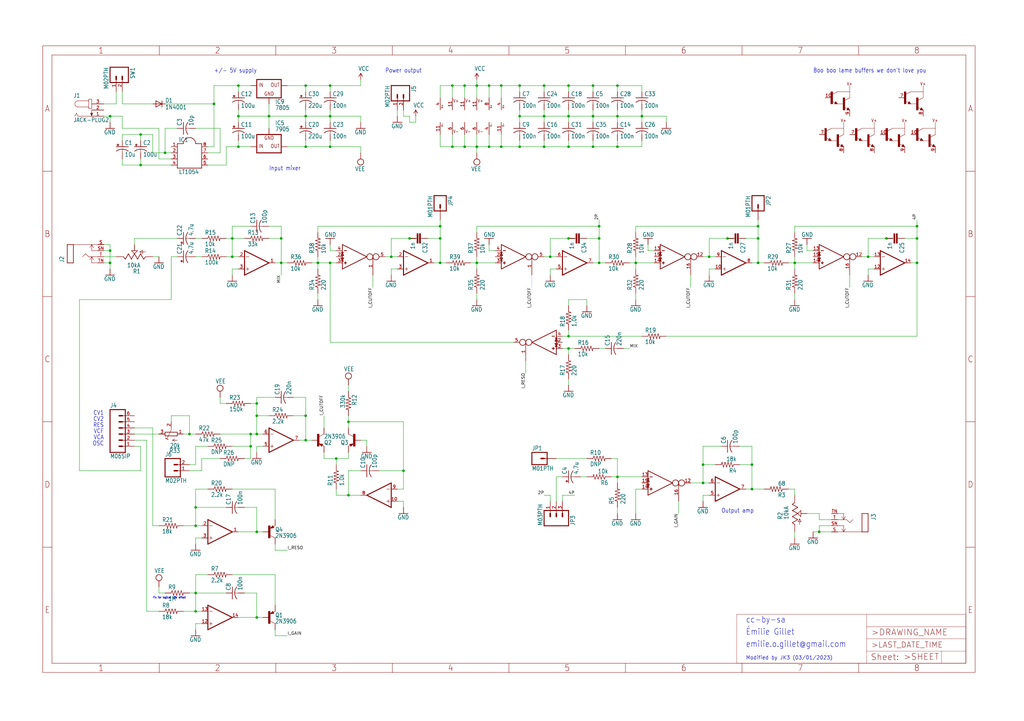
<source format=kicad_sch>
(kicad_sch (version 20211123) (generator eeschema)
  (paper "User" 425.45 299.593)
  (junction (at 58.42 55.88))
  (junction (at 248.92 99.06))
  (junction (at 106.68 167.64))
  (junction (at 236.22 60.96))
  (junction (at 246.38 35.56))
  (junction (at 236.22 139.7))
  (junction (at 162.56 106.68))
  (junction (at 256.54 35.56))
  (junction (at 294.64 106.68))
  (junction (at 106.68 172.72))
  (junction (at 137.16 109.22))
  (junction (at 127 172.72))
  (junction (at 215.9 60.96))
  (junction (at 116.84 99.06))
  (junction (at 208.28 35.56))
  (junction (at 45.72 48.26))
  (junction (at 96.52 99.06))
  (junction (at 264.16 109.22))
  (junction (at 132.08 109.22))
  (junction (at 182.88 109.22))
  (junction (at 137.16 60.96))
  (junction (at 88.9 43.18))
  (junction (at 248.92 109.22))
  (junction (at 246.38 48.26))
  (junction (at 203.2 35.56))
  (junction (at 193.04 60.96))
  (junction (at 106.68 220.98))
  (junction (at 360.68 106.68))
  (junction (at 198.12 35.56))
  (junction (at 127 60.96))
  (junction (at 226.06 48.26))
  (junction (at 111.76 48.26))
  (junction (at 187.96 35.56))
  (junction (at 381 109.22))
  (junction (at 256.54 198.12))
  (junction (at 314.96 99.06))
  (junction (at 198.12 109.22))
  (junction (at 215.9 48.26))
  (junction (at 45.72 104.14))
  (junction (at 302.26 99.06))
  (junction (at 182.88 93.98))
  (junction (at 127 182.88))
  (junction (at 292.1 193.04))
  (junction (at 116.84 109.22))
  (junction (at 266.7 48.26))
  (junction (at 236.22 144.78))
  (junction (at 139.7 190.5))
  (junction (at 256.54 48.26))
  (junction (at 248.92 93.98))
  (junction (at 96.52 106.68))
  (junction (at 99.06 48.26))
  (junction (at 99.06 60.96))
  (junction (at 127 48.26))
  (junction (at 215.9 35.56))
  (junction (at 81.28 210.82))
  (junction (at 99.06 35.56))
  (junction (at 203.2 60.96))
  (junction (at 144.78 175.26))
  (junction (at 106.68 180.34))
  (junction (at 208.28 60.96))
  (junction (at 167.64 195.58))
  (junction (at 226.06 35.56))
  (junction (at 236.22 48.26))
  (junction (at 381 99.06))
  (junction (at 127 35.56))
  (junction (at 236.22 99.06))
  (junction (at 182.88 99.06))
  (junction (at 226.06 60.96))
  (junction (at 381 93.98))
  (junction (at 314.96 109.22))
  (junction (at 292.1 200.66))
  (junction (at 104.14 180.34))
  (junction (at 187.96 60.96))
  (junction (at 58.42 68.58))
  (junction (at 81.28 254))
  (junction (at 137.16 35.56))
  (junction (at 137.16 48.26))
  (junction (at 104.14 185.42))
  (junction (at 45.72 109.22))
  (junction (at 368.3 99.06))
  (junction (at 193.04 35.56))
  (junction (at 106.68 256.54))
  (junction (at 314.96 93.98))
  (junction (at 68.58 63.5))
  (junction (at 144.78 205.74))
  (junction (at 330.2 109.22))
  (junction (at 78.74 180.34))
  (junction (at 228.6 106.68))
  (junction (at 81.28 218.44))
  (junction (at 312.42 193.04))
  (junction (at 340.36 220.98))
  (junction (at 198.12 60.96))
  (junction (at 246.38 60.96))
  (junction (at 81.28 246.38))
  (junction (at 312.42 203.2))
  (junction (at 256.54 60.96))
  (junction (at 236.22 35.56))
  (junction (at 170.18 99.06))
  (wire (pts (xy 335.28 213.36) (xy 340.36 213.36)))
  (wire (pts (xy 134.62 190.5) (xy 139.7 190.5)))
  (wire (pts (xy 106.68 210.82) (xy 106.68 220.98)))
  (wire (pts (xy 33.02 124.46) (xy 71.12 124.46)))
  (wire (pts (xy 198.12 60.96) (xy 193.04 60.96)))
  (wire (pts (xy 93.98 167.64) (xy 91.44 167.64)))
  (wire (pts (xy 266.7 45.72) (xy 266.7 48.26)))
  (wire (pts (xy 236.22 35.56) (xy 246.38 35.56)))
  (wire (pts (xy 63.5 55.88) (xy 58.42 55.88)))
  (wire (pts (xy 226.06 35.56) (xy 236.22 35.56)))
  (wire (pts (xy 81.28 259.08) (xy 81.28 261.62)))
  (wire (pts (xy 193.04 40.64) (xy 193.04 35.56)))
  (wire (pts (xy 119.38 35.56) (xy 127 35.56)))
  (wire (pts (xy 104.14 167.64) (xy 106.68 167.64)))
  (wire (pts (xy 127 165.1) (xy 127 172.72)))
  (wire (pts (xy 198.12 55.88) (xy 198.12 60.96)))
  (wire (pts (xy 96.52 99.06) (xy 96.52 106.68)))
  (wire (pts (xy 330.2 121.92) (xy 330.2 124.46)))
  (wire (pts (xy 330.2 205.74) (xy 330.2 203.2)))
  (wire (pts (xy 96.52 106.68) (xy 99.06 106.68)))
  (wire (pts (xy 71.12 66.04) (xy 66.04 66.04)))
  (wire (pts (xy 287.02 114.3) (xy 287.02 119.38)))
  (wire (pts (xy 76.2 218.44) (xy 81.28 218.44)))
  (wire (pts (xy 256.54 45.72) (xy 256.54 48.26)))
  (wire (pts (xy 83.82 223.52) (xy 81.28 223.52)))
  (wire (pts (xy 50.8 58.42) (xy 50.8 55.88)))
  (wire (pts (xy 363.22 111.76) (xy 360.68 111.76)))
  (wire (pts (xy 170.18 99.06) (xy 162.56 99.06)))
  (wire (pts (xy 43.18 104.14) (xy 45.72 104.14)))
  (wire (pts (xy 248.92 99.06) (xy 248.92 93.98)))
  (wire (pts (xy 182.88 35.56) (xy 187.96 35.56)))
  (wire (pts (xy 292.1 200.66) (xy 294.64 200.66)))
  (wire (pts (xy 231.14 190.5) (xy 243.84 190.5)))
  (wire (pts (xy 76.2 254) (xy 81.28 254)))
  (wire (pts (xy 264.16 109.22) (xy 271.78 109.22)))
  (wire (pts (xy 292.1 106.68) (xy 294.64 106.68)))
  (wire (pts (xy 78.74 180.34) (xy 81.28 180.34)))
  (wire (pts (xy 58.42 66.04) (xy 58.42 68.58)))
  (wire (pts (xy 170.18 50.8) (xy 170.18 48.26)))
  (wire (pts (xy 208.28 60.96) (xy 203.2 60.96)))
  (wire (pts (xy 292.1 205.74) (xy 292.1 208.28)))
  (wire (pts (xy 238.76 99.06) (xy 236.22 99.06)))
  (wire (pts (xy 198.12 111.76) (xy 198.12 109.22)))
  (wire (pts (xy 231.14 208.28) (xy 231.14 198.12)))
  (wire (pts (xy 317.5 109.22) (xy 314.96 109.22)))
  (wire (pts (xy 91.44 63.5) (xy 91.44 53.34)))
  (wire (pts (xy 71.12 172.72) (xy 78.74 172.72)))
  (wire (pts (xy 162.56 111.76) (xy 162.56 114.3)))
  (wire (pts (xy 215.9 48.26) (xy 215.9 50.8)))
  (wire (pts (xy 157.48 195.58) (xy 167.64 195.58)))
  (wire (pts (xy 99.06 58.42) (xy 99.06 60.96)))
  (wire (pts (xy 360.68 106.68) (xy 363.22 106.68)))
  (wire (pts (xy 358.14 106.68) (xy 360.68 106.68)))
  (wire (pts (xy 330.2 106.68) (xy 330.2 109.22)))
  (wire (pts (xy 111.76 43.18) (xy 111.76 48.26)))
  (wire (pts (xy 99.06 35.56) (xy 104.14 35.56)))
  (wire (pts (xy 81.28 193.04) (xy 81.28 185.42)))
  (wire (pts (xy 96.52 93.98) (xy 96.52 99.06)))
  (wire (pts (xy 312.42 109.22) (xy 314.96 109.22)))
  (wire (pts (xy 50.8 43.18) (xy 63.5 43.18)))
  (wire (pts (xy 99.06 60.96) (xy 104.14 60.96)))
  (wire (pts (xy 236.22 147.32) (xy 236.22 144.78)))
  (wire (pts (xy 187.96 40.64) (xy 187.96 35.56)))
  (wire (pts (xy 162.56 106.68) (xy 165.1 106.68)))
  (wire (pts (xy 264.16 203.2) (xy 264.16 213.36)))
  (wire (pts (xy 127 35.56) (xy 127 38.1)))
  (wire (pts (xy 81.28 223.52) (xy 81.28 226.06)))
  (wire (pts (xy 78.74 195.58) (xy 83.82 195.58)))
  (wire (pts (xy 96.52 203.2) (xy 114.3 203.2)))
  (wire (pts (xy 304.8 99.06) (xy 302.26 99.06)))
  (wire (pts (xy 139.7 203.2) (xy 139.7 205.74)))
  (wire (pts (xy 165.1 111.76) (xy 162.56 111.76)))
  (wire (pts (xy 330.2 93.98) (xy 330.2 96.52)))
  (wire (pts (xy 276.86 48.26) (xy 276.86 50.8)))
  (wire (pts (xy 96.52 99.06) (xy 93.98 99.06)))
  (wire (pts (xy 266.7 60.96) (xy 266.7 58.42)))
  (wire (pts (xy 149.86 35.56) (xy 149.86 33.02)))
  (wire (pts (xy 99.06 45.72) (xy 99.06 48.26)))
  (wire (pts (xy 96.52 93.98) (xy 104.14 93.98)))
  (wire (pts (xy 111.76 99.06) (xy 116.84 99.06)))
  (wire (pts (xy 111.76 48.26) (xy 99.06 48.26)))
  (wire (pts (xy 101.6 210.82) (xy 106.68 210.82)))
  (wire (pts (xy 246.38 109.22) (xy 248.92 109.22)))
  (wire (pts (xy 233.68 139.7) (xy 236.22 139.7)))
  (wire (pts (xy 220.98 114.3) (xy 220.98 119.38)) (stroke (width 0) (color 174 182 255 1)))
  (wire (pts (xy 198.12 109.22) (xy 205.74 109.22)))
  (wire (pts (xy 137.16 45.72) (xy 137.16 48.26)))
  (wire (pts (xy 96.52 114.3) (xy 96.52 111.76)))
  (wire (pts (xy 381 109.22) (xy 381 99.06)))
  (wire (pts (xy 370.84 99.06) (xy 368.3 99.06)))
  (wire (pts (xy 116.84 109.22) (xy 116.84 114.3)))
  (wire (pts (xy 137.16 48.26) (xy 127 48.26)))
  (wire (pts (xy 144.78 175.26) (xy 144.78 172.72)))
  (wire (pts (xy 266.7 35.56) (xy 266.7 38.1)))
  (wire (pts (xy 297.18 111.76) (xy 294.64 111.76)))
  (wire (pts (xy 114.3 238.76) (xy 114.3 251.46)))
  (wire (pts (xy 213.36 142.24) (xy 137.16 142.24)))
  (wire (pts (xy 167.64 195.58) (xy 167.64 203.2)))
  (wire (pts (xy 236.22 157.48) (xy 236.22 160.02)))
  (wire (pts (xy 182.88 93.98) (xy 182.88 91.44)))
  (wire (pts (xy 312.42 185.42) (xy 312.42 193.04)))
  (wire (pts (xy 50.8 55.88) (xy 58.42 55.88)))
  (wire (pts (xy 106.68 246.38) (xy 106.68 256.54)))
  (wire (pts (xy 106.68 172.72) (xy 106.68 180.34)))
  (wire (pts (xy 121.92 165.1) (xy 127 165.1)))
  (wire (pts (xy 182.88 99.06) (xy 182.88 93.98)))
  (wire (pts (xy 269.24 104.14) (xy 269.24 101.6)))
  (wire (pts (xy 68.58 246.38) (xy 66.04 246.38)))
  (wire (pts (xy 162.56 99.06) (xy 162.56 106.68)))
  (wire (pts (xy 144.78 162.56) (xy 144.78 160.02)))
  (wire (pts (xy 317.5 203.2) (xy 312.42 203.2)))
  (wire (pts (xy 127 48.26) (xy 127 50.8)))
  (wire (pts (xy 96.52 99.06) (xy 101.6 99.06)))
  (wire (pts (xy 86.36 238.76) (xy 81.28 238.76)))
  (wire (pts (xy 266.7 48.26) (xy 276.86 48.26)))
  (wire (pts (xy 137.16 101.6) (xy 137.16 104.14)))
  (wire (pts (xy 116.84 93.98) (xy 116.84 99.06)))
  (wire (pts (xy 243.84 124.46) (xy 243.84 127)))
  (wire (pts (xy 264.16 93.98) (xy 264.16 96.52)))
  (wire (pts (xy 50.8 66.04) (xy 50.8 68.58)))
  (wire (pts (xy 114.3 228.6) (xy 119.38 228.6)))
  (wire (pts (xy 256.54 198.12) (xy 266.7 198.12)))
  (wire (pts (xy 335.28 104.14) (xy 335.28 101.6)))
  (wire (pts (xy 127 172.72) (xy 127 182.88)))
  (wire (pts (xy 256.54 48.26) (xy 256.54 50.8)))
  (wire (pts (xy 119.38 109.22) (xy 116.84 109.22)))
  (wire (pts (xy 246.38 35.56) (xy 256.54 35.56)))
  (wire (pts (xy 198.12 121.92) (xy 198.12 124.46)))
  (wire (pts (xy 198.12 40.64) (xy 198.12 35.56)))
  (wire (pts (xy 264.16 106.68) (xy 264.16 109.22)))
  (wire (pts (xy 185.42 109.22) (xy 182.88 109.22)))
  (wire (pts (xy 101.6 190.5) (xy 104.14 190.5)))
  (wire (pts (xy 86.36 60.96) (xy 88.9 60.96)))
  (wire (pts (xy 203.2 35.56) (xy 208.28 35.56)))
  (wire (pts (xy 172.72 48.26) (xy 172.72 50.8)))
  (wire (pts (xy 55.88 177.8) (xy 63.5 177.8)))
  (wire (pts (xy 368.3 99.06) (xy 360.68 99.06)))
  (wire (pts (xy 93.98 68.58) (xy 93.98 60.96)))
  (wire (pts (xy 33.02 195.58) (xy 33.02 124.46)))
  (wire (pts (xy 43.18 106.68) (xy 48.26 106.68)))
  (wire (pts (xy 139.7 190.5) (xy 139.7 193.04)))
  (wire (pts (xy 312.42 203.2) (xy 312.42 193.04)))
  (wire (pts (xy 287.02 200.66) (xy 292.1 200.66)))
  (wire (pts (xy 91.44 180.34) (xy 104.14 180.34)))
  (wire (pts (xy 58.42 55.88) (xy 58.42 58.42)))
  (wire (pts (xy 345.44 220.98) (xy 340.36 220.98)))
  (wire (pts (xy 144.78 177.8) (xy 144.78 175.26)))
  (wire (pts (xy 241.3 198.12) (xy 243.84 198.12)))
  (wire (pts (xy 254 190.5) (xy 256.54 190.5)))
  (wire (pts (xy 93.98 210.82) (xy 81.28 210.82)))
  (wire (pts (xy 66.04 106.68) (xy 63.5 106.68)))
  (wire (pts (xy 172.72 50.8) (xy 170.18 50.8)))
  (wire (pts (xy 106.68 220.98) (xy 109.22 220.98)))
  (wire (pts (xy 327.66 109.22) (xy 330.2 109.22)))
  (wire (pts (xy 68.58 53.34) (xy 68.58 63.5)))
  (wire (pts (xy 236.22 124.46) (xy 243.84 124.46)))
  (wire (pts (xy 81.28 238.76) (xy 81.28 246.38)))
  (wire (pts (xy 256.54 60.96) (xy 246.38 60.96)))
  (wire (pts (xy 187.96 35.56) (xy 193.04 35.56)))
  (wire (pts (xy 63.5 177.8) (xy 63.5 218.44)))
  (wire (pts (xy 63.5 218.44) (xy 66.04 218.44)))
  (wire (pts (xy 187.96 55.88) (xy 187.96 60.96)))
  (wire (pts (xy 137.16 142.24) (xy 137.16 109.22)))
  (wire (pts (xy 99.06 48.26) (xy 99.06 50.8)))
  (wire (pts (xy 193.04 55.88) (xy 193.04 60.96)))
  (wire (pts (xy 83.82 259.08) (xy 81.28 259.08)))
  (wire (pts (xy 81.28 210.82) (xy 81.28 203.2)))
  (wire (pts (xy 226.06 58.42) (xy 226.06 60.96)))
  (wire (pts (xy 198.12 35.56) (xy 203.2 35.56)))
  (wire (pts (xy 264.16 121.92) (xy 264.16 124.46)))
  (wire (pts (xy 58.42 185.42) (xy 58.42 195.58)))
  (wire (pts (xy 248.92 109.22) (xy 251.46 109.22)))
  (wire (pts (xy 73.66 53.34) (xy 68.58 53.34)))
  (wire (pts (xy 228.6 106.68) (xy 231.14 106.68)))
  (wire (pts (xy 137.16 109.22) (xy 132.08 109.22)))
  (wire (pts (xy 233.68 144.78) (xy 236.22 144.78)))
  (wire (pts (xy 83.82 99.06) (xy 81.28 99.06)))
  (wire (pts (xy 55.88 185.42) (xy 58.42 185.42)))
  (wire (pts (xy 127 60.96) (xy 119.38 60.96)))
  (wire (pts (xy 91.44 53.34) (xy 81.28 53.34)))
  (wire (pts (xy 233.68 205.74) (xy 233.68 208.28)))
  (wire (pts (xy 165.1 203.2) (xy 167.64 203.2)))
  (wire (pts (xy 127 35.56) (xy 137.16 35.56)))
  (wire (pts (xy 198.12 106.68) (xy 198.12 109.22)))
  (wire (pts (xy 50.8 53.34) (xy 50.8 48.26)))
  (wire (pts (xy 58.42 195.58) (xy 33.02 195.58)))
  (wire (pts (xy 330.2 109.22) (xy 337.82 109.22)))
  (wire (pts (xy 228.6 111.76) (xy 228.6 114.3)))
  (wire (pts (xy 340.36 220.98) (xy 337.82 220.98)))
  (wire (pts (xy 228.6 208.28) (xy 228.6 205.74)))
  (wire (pts (xy 137.16 38.1) (xy 137.16 35.56)))
  (wire (pts (xy 127 48.26) (xy 111.76 48.26)))
  (wire (pts (xy 193.04 60.96) (xy 187.96 60.96)))
  (wire (pts (xy 378.46 109.22) (xy 381 109.22)))
  (wire (pts (xy 236.22 137.16) (xy 236.22 139.7)))
  (wire (pts (xy 88.9 35.56) (xy 99.06 35.56)))
  (wire (pts (xy 86.36 68.58) (xy 93.98 68.58)))
  (wire (pts (xy 111.76 48.26) (xy 111.76 53.34)))
  (wire (pts (xy 256.54 190.5) (xy 256.54 198.12)))
  (wire (pts (xy 106.68 167.64) (xy 106.68 172.72)))
  (wire (pts (xy 215.9 58.42) (xy 215.9 60.96)))
  (wire (pts (xy 127 182.88) (xy 124.46 182.88)))
  (wire (pts (xy 144.78 190.5) (xy 144.78 187.96)))
  (wire (pts (xy 205.74 104.14) (xy 203.2 104.14)))
  (wire (pts (xy 78.74 193.04) (xy 81.28 193.04)))
  (wire (pts (xy 106.68 165.1) (xy 106.68 167.64)))
  (wire (pts (xy 137.16 48.26) (xy 137.16 50.8)))
  (wire (pts (xy 193.04 35.56) (xy 198.12 35.56)))
  (wire (pts (xy 96.52 111.76) (xy 99.06 111.76)))
  (wire (pts (xy 182.88 60.96) (xy 187.96 60.96)))
  (wire (pts (xy 78.74 172.72) (xy 78.74 180.34)))
  (wire (pts (xy 167.64 208.28) (xy 167.64 210.82)))
  (wire (pts (xy 66.04 53.34) (xy 50.8 53.34)))
  (wire (pts (xy 307.34 185.42) (xy 312.42 185.42)))
  (wire (pts (xy 236.22 144.78) (xy 238.76 144.78)))
  (wire (pts (xy 144.78 205.74) (xy 139.7 205.74)))
  (wire (pts (xy 340.36 213.36) (xy 340.36 215.9)))
  (wire (pts (xy 172.72 99.06) (xy 170.18 99.06)))
  (wire (pts (xy 60.96 254) (xy 66.04 254)))
  (wire (pts (xy 208.28 35.56) (xy 215.9 35.56)))
  (wire (pts (xy 228.6 205.74) (xy 226.06 205.74)))
  (wire (pts (xy 43.18 101.6) (xy 45.72 101.6)))
  (wire (pts (xy 149.86 60.96) (xy 149.86 63.5)))
  (wire (pts (xy 231.14 111.76) (xy 228.6 111.76)))
  (wire (pts (xy 246.38 58.42) (xy 246.38 60.96)))
  (wire (pts (xy 165.1 208.28) (xy 167.64 208.28)))
  (wire (pts (xy 50.8 68.58) (xy 58.42 68.58)))
  (wire (pts (xy 50.8 38.1) (xy 50.8 43.18)))
  (wire (pts (xy 114.3 238.76) (xy 96.52 238.76)))
  (wire (pts (xy 226.06 48.26) (xy 236.22 48.26)))
  (wire (pts (xy 345.44 218.44) (xy 340.36 218.44)))
  (wire (pts (xy 256.54 58.42) (xy 256.54 60.96)))
  (wire (pts (xy 381 93.98) (xy 381 91.44)))
  (wire (pts (xy 248.92 144.78) (xy 251.46 144.78)))
  (wire (pts (xy 215.9 48.26) (xy 226.06 48.26)))
  (wire (pts (xy 132.08 121.92) (xy 132.08 124.46)))
  (wire (pts (xy 314.96 109.22) (xy 314.96 99.06)))
  (wire (pts (xy 144.78 195.58) (xy 149.86 195.58)))
  (wire (pts (xy 180.34 109.22) (xy 182.88 109.22)))
  (wire (pts (xy 226.06 38.1) (xy 226.06 35.56)))
  (wire (pts (xy 137.16 58.42) (xy 137.16 60.96)))
  (wire (pts (xy 99.06 256.54) (xy 106.68 256.54)))
  (wire (pts (xy 177.8 99.06) (xy 182.88 99.06)))
  (wire (pts (xy 236.22 127) (xy 236.22 124.46)))
  (wire (pts (xy 127 45.72) (xy 127 48.26)))
  (wire (pts (xy 243.84 99.06) (xy 248.92 99.06)))
  (wire (pts (xy 375.92 99.06) (xy 381 99.06)))
  (wire (pts (xy 96.52 185.42) (xy 104.14 185.42)))
  (wire (pts (xy 281.94 208.28) (xy 281.94 213.36)))
  (wire (pts (xy 292.1 200.66) (xy 292.1 193.04)))
  (wire (pts (xy 60.96 182.88) (xy 60.96 254)))
  (wire (pts (xy 264.16 111.76) (xy 264.16 109.22)))
  (wire (pts (xy 256.54 210.82) (xy 256.54 213.36)))
  (wire (pts (xy 76.2 180.34) (xy 78.74 180.34)))
  (wire (pts (xy 91.44 167.64) (xy 91.44 165.1)))
  (wire (pts (xy 256.54 200.66) (xy 256.54 198.12)))
  (wire (pts (xy 276.86 139.7) (xy 381 139.7)))
  (wire (pts (xy 236.22 48.26) (xy 236.22 50.8)))
  (wire (pts (xy 236.22 38.1) (xy 236.22 35.56)))
  (wire (pts (xy 182.88 40.64) (xy 182.88 35.56)))
  (wire (pts (xy 203.2 104.14) (xy 203.2 101.6)))
  (wire (pts (xy 114.3 264.16) (xy 119.38 264.16)))
  (wire (pts (xy 294.64 99.06) (xy 294.64 106.68)))
  (wire (pts (xy 256.54 60.96) (xy 266.7 60.96)))
  (wire (pts (xy 106.68 256.54) (xy 109.22 256.54)))
  (wire (pts (xy 81.28 203.2) (xy 86.36 203.2)))
  (wire (pts (xy 134.62 187.96) (xy 134.62 190.5)))
  (wire (pts (xy 236.22 99.06) (xy 228.6 99.06)))
  (wire (pts (xy 256.54 48.26) (xy 266.7 48.26)))
  (wire (pts (xy 111.76 93.98) (xy 116.84 93.98)))
  (wire (pts (xy 215.9 60.96) (xy 208.28 60.96)))
  (wire (pts (xy 294.64 111.76) (xy 294.64 114.3)))
  (wire (pts (xy 45.72 48.26) (xy 45.72 50.8)))
  (wire (pts (xy 63.5 63.5) (xy 63.5 55.88)))
  (wire (pts (xy 236.22 139.7) (xy 266.7 139.7)))
  (wire (pts (xy 246.38 45.72) (xy 246.38 48.26)))
  (wire (pts (xy 236.22 45.72) (xy 236.22 48.26)))
  (wire (pts (xy 340.36 218.44) (xy 340.36 220.98)))
  (wire (pts (xy 208.28 35.56) (xy 208.28 40.64)))
  (wire (pts (xy 106.68 180.34) (xy 109.22 180.34)))
  (wire (pts (xy 203.2 60.96) (xy 198.12 60.96)))
  (wire (pts (xy 66.04 246.38) (xy 66.04 243.84)))
  (wire (pts (xy 182.88 93.98) (xy 132.08 93.98)))
  (wire (pts (xy 66.04 66.04) (xy 66.04 53.34)))
  (wire (pts (xy 314.96 93.98) (xy 264.16 93.98)))
  (wire (pts (xy 71.12 63.5) (xy 68.58 63.5)))
  (wire (pts (xy 144.78 205.74) (xy 144.78 195.58)))
  (wire (pts (xy 198.12 35.56) (xy 198.12 33.02)))
  (wire (pts (xy 215.9 35.56) (xy 226.06 35.56)))
  (wire (pts (xy 256.54 38.1) (xy 256.54 35.56)))
  (wire (pts (xy 48.26 43.18) (xy 48.26 38.1)))
  (wire (pts (xy 218.44 149.86) (xy 218.44 154.94)))
  (wire (pts (xy 314.96 99.06) (xy 314.96 93.98)))
  (wire (pts (xy 294.64 106.68) (xy 297.18 106.68)))
  (wire (pts (xy 312.42 193.04) (xy 307.34 193.04)))
  (wire (pts (xy 198.12 93.98) (xy 198.12 96.52)))
  (wire (pts (xy 167.64 175.26) (xy 144.78 175.26)))
  (wire (pts (xy 106.68 185.42) (xy 109.22 185.42)))
  (wire (pts (xy 99.06 38.1) (xy 99.06 35.56)))
  (wire (pts (xy 60.96 182.88) (xy 55.88 182.88)))
  (wire (pts (xy 182.88 55.88) (xy 182.88 60.96)))
  (wire (pts (xy 106.68 165.1) (xy 114.3 165.1)))
  (wire (pts (xy 71.12 124.46) (xy 71.12 106.68)))
  (wire (pts (xy 43.18 43.18) (xy 48.26 43.18)))
  (wire (pts (xy 149.86 205.74) (xy 144.78 205.74)))
  (wire (pts (xy 292.1 193.04) (xy 297.18 193.04)))
  (wire (pts (xy 246.38 38.1) (xy 246.38 35.56)))
  (wire (pts (xy 127 182.88) (xy 129.54 182.88)))
  (wire (pts (xy 134.62 177.8) (xy 134.62 172.72)))
  (wire (pts (xy 360.68 111.76) (xy 360.68 114.3)))
  (wire (pts (xy 149.86 182.88) (xy 152.4 182.88)))
  (wire (pts (xy 353.06 114.3) (xy 353.06 119.38)))
  (wire (pts (xy 132.08 111.76) (xy 132.08 109.22)))
  (wire (pts (xy 340.36 215.9) (xy 345.44 215.9)))
  (wire (pts (xy 226.06 106.68) (xy 228.6 106.68)))
  (wire (pts (xy 66.04 180.34) (xy 55.88 180.34)))
  (wire (pts (xy 226.06 60.96) (xy 215.9 60.96)))
  (wire (pts (xy 45.72 109.22) (xy 45.72 104.14)))
  (wire (pts (xy 132.08 106.68) (xy 132.08 109.22)))
  (wire (pts (xy 254 198.12) (xy 256.54 198.12)))
  (wire (pts (xy 43.18 109.22) (xy 45.72 109.22)))
  (wire (pts (xy 114.3 226.06) (xy 114.3 228.6)))
  (wire (pts (xy 170.18 48.26) (xy 167.64 48.26)))
  (wire (pts (xy 81.28 254) (xy 83.82 254)))
  (wire (pts (xy 292.1 185.42) (xy 299.72 185.42)))
  (wire (pts (xy 226.06 48.26) (xy 226.06 50.8)))
  (wire (pts (xy 137.16 60.96) (xy 149.86 60.96)))
  (wire (pts (xy 236.22 58.42) (xy 236.22 60.96)))
  (wire (pts (xy 248.92 93.98) (xy 248.92 91.44)))
  (wire (pts (xy 256.54 35.56) (xy 266.7 35.56)))
  (wire (pts (xy 228.6 99.06) (xy 228.6 106.68)))
  (wire (pts (xy 271.78 104.14) (xy 269.24 104.14)))
  (wire (pts (xy 236.22 48.26) (xy 246.38 48.26)))
  (wire (pts (xy 121.92 172.72) (xy 127 172.72)))
  (wire (pts (xy 50.8 48.26) (xy 45.72 48.26)))
  (wire (pts (xy 266.7 203.2) (xy 264.16 203.2)))
  (wire (pts (xy 330.2 111.76) (xy 330.2 109.22)))
  (wire (pts (xy 309.88 99.06) (xy 314.96 99.06)))
  (wire (pts (xy 101.6 246.38) (xy 106.68 246.38)))
  (wire (pts (xy 104.14 190.5) (xy 104.14 185.42)))
  (wire (pts (xy 81.28 246.38) (xy 81.28 254)))
  (wire (pts (xy 248.92 109.22) (xy 248.92 99.06)))
  (wire (pts (xy 55.88 99.06) (xy 73.66 99.06)))
  (wire (pts (xy 137.16 35.56) (xy 149.86 35.56)))
  (wire (pts (xy 83.82 195.58) (xy 83.82 190.5)))
  (wire (pts (xy 93.98 246.38) (xy 81.28 246.38)))
  (wire (pts (xy 104.14 180.34) (xy 106.68 180.34)))
  (wire (pts (xy 327.66 203.2) (xy 330.2 203.2)))
  (wire (pts (xy 294.64 205.74) (xy 292.1 205.74)))
  (wire (pts (xy 236.22 60.96) (xy 226.06 60.96)))
  (wire (pts (xy 246.38 60.96) (xy 236.22 60.96)))
  (wire (pts (xy 137.16 104.14) (xy 139.7 104.14)))
  (wire (pts (xy 203.2 55.88) (xy 203.2 60.96)))
  (wire (pts (xy 81.28 218.44) (xy 83.82 218.44)))
  (wire (pts (xy 68.58 43.18) (xy 88.9 43.18)))
  (wire (pts (xy 215.9 38.1) (xy 215.9 35.56)))
  (wire (pts (xy 246.38 48.26) (xy 256.54 48.26)))
  (wire (pts (xy 58.42 68.58) (xy 71.12 68.58)))
  (wire (pts (xy 43.18 48.26) (xy 45.72 48.26)))
  (wire (pts (xy 314.96 91.44) (xy 314.96 93.98)))
  (wire (pts (xy 261.62 109.22) (xy 264.16 109.22)))
  (wire (pts (xy 165.1 45.72) (xy 165.1 48.26)))
  (wire (pts (xy 129.54 109.22) (xy 132.08 109.22)))
  (wire (pts (xy 360.68 99.06) (xy 360.68 106.68)))
  (wire (pts (xy 45.72 104.14) (xy 45.72 101.6)))
  (wire (pts (xy 231.14 198.12) (xy 233.68 198.12)))
  (wire (pts (xy 238.76 205.74) (xy 233.68 205.74)))
  (wire (pts (xy 111.76 172.72) (xy 106.68 172.72)))
  (wire (pts (xy 152.4 182.88) (xy 152.4 185.42)))
  (wire (pts (xy 149.86 50.8) (xy 149.86 48.26)))
  (wire (pts (xy 226.06 45.72) (xy 226.06 48.26)))
  (wire (pts (xy 114.3 109.22) (xy 116.84 109.22)))
  (wire (pts (xy 88.9 43.18) (xy 88.9 35.56)))
  (wire (pts (xy 71.12 106.68) (xy 73.66 106.68)))
  (wire (pts (xy 81.28 185.42) (xy 86.36 185.42)))
  (wire (pts (xy 337.82 104.14) (xy 335.28 104.14)))
  (wire (pts (xy 71.12 175.26) (xy 71.12 172.72)))
  (wire (pts (xy 93.98 106.68) (xy 96.52 106.68)))
  (wire (pts (xy 381 93.98) (xy 330.2 93.98)))
  (wire (pts (xy 330.2 220.98) (xy 330.2 223.52)))
  (wire (pts (xy 154.94 114.3) (xy 154.94 119.38)))
  (wire (pts (xy 167.64 195.58) (xy 167.64 175.26)))
  (wire (pts (xy 88.9 60.96) (xy 88.9 43.18)))
  (wire (pts (xy 93.98 60.96) (xy 99.06 60.96)))
  (wire (pts (xy 208.28 55.88) (xy 208.28 60.96)))
  (wire (pts (xy 104.14 185.42) (xy 104.14 180.34)))
  (wire (pts (xy 81.28 106.68) (xy 83.82 106.68)))
  (wire (pts (xy 78.74 246.38) (xy 81.28 246.38)))
  (wire (pts (xy 246.38 48.26) (xy 246.38 50.8)))
  (wire (pts (xy 132.08 93.98) (xy 132.08 96.52)))
  (wire (pts (xy 149.86 48.26) (xy 137.16 48.26)))
  (wire (pts (xy 139.7 190.5) (xy 144.78 190.5)))
  (wire (pts (xy 83.82 190.5) (xy 91.44 190.5)))
  (wire (pts (xy 68.58 63.5) (xy 63.5 63.5)))
  (wire (pts (xy 86.36 63.5) (xy 91.44 63.5)))
  (wire (pts (xy 139.7 109.22) (xy 137.16 109.22)))
  (wire (pts (xy 81.28 218.44) (xy 81.28 210.82)))
  (wire (pts (xy 203.2 40.64) (xy 203.2 35.56)))
  (wire (pts (xy 215.9 45.72) (xy 215.9 48.26)))
  (wire (pts (xy 99.06 220.98) (xy 106.68 220.98)))
  (wire (pts (xy 381 99.06) (xy 381 93.98)))
  (wire (pts (xy 114.3 264.16) (xy 114.3 261.62)))
  (wire (pts (xy 160.02 106.68) (xy 162.56 106.68)))
  (wire (pts (xy 266.7 50.8) (xy 266.7 48.26)))
  (wire (pts (xy 106.68 187.96) (xy 106.68 185.42)))
  (wire (pts (xy 114.3 203.2) (xy 114.3 215.9)))
  (wire (pts (xy 127 60.96) (xy 137.16 60.96)))
  (wire (pts (xy 195.58 109.22) (xy 198.12 109.22)))
  (wire (pts (xy 55.88 101.6) (xy 55.88 99.06)))
  (wire (pts (xy 302.26 99.06) (xy 294.64 99.06)))
  (wire (pts (xy 198.12 60.96) (xy 198.12 63.5)))
  (wire (pts (xy 167.64 48.26) (xy 167.64 45.72)))
  (wire (pts (xy 381 109.22) (xy 381 139.7)))
  (wire (pts (xy 45.72 109.22) (xy 45.72 111.76)))
  (wire (pts (xy 312.42 203.2) (xy 309.88 203.2)))
  (wire (pts (xy 127 58.42) (xy 127 60.96)))
  (wire (pts (xy 248.92 93.98) (xy 198.12 93.98)))
  (wire (pts (xy 261.62 144.78) (xy 259.08 144.78)))
  (wire (pts (xy 116.84 109.22) (xy 116.84 99.06)))
  (wire (pts (xy 182.88 109.22) (xy 182.88 99.06)))
  (wire (pts (xy 292.1 193.04) (xy 292.1 185.42)))
  (text "OSC" (at 43.18 185.42 180) (effects (font (size 1.778 1.5113)) (justify right bottom)))
  (text "Boo boo lame buffers we don't love you" (at 337.82 30.48 180) (effects (font (size 1.778 1.5113)) (justify left bottom)))
  (text "Fix for logical LOW offset" (at 63.5 248.92 180) (effects (font (size 0.8128 0.6908)) (justify left bottom)))
  (text "cc-by-sa" (at 309.88 259.08 180) (effects (font (size 2.54 2.159)) (justify left bottom)))
  (text "+/- 5V supply" (at 88.9 30.48 180) (effects (font (size 1.778 1.5113)) (justify left bottom)))
  (text "Modified by JK3 (03/01/2023)\n" (at 309.88 274.32 180) (effects (font (size 1.5 1.5)) (justify left bottom)))
  (text "Power output" (at 160.02 30.48 180) (effects (font (size 1.778 1.5113)) (justify left bottom)))
  (text "Output amp" (at 299.72 213.36 180) (effects (font (size 1.778 1.5113)) (justify left bottom)))
  (text "Input mixer" (at 111.76 71.12 180) (effects (font (size 1.778 1.5113)) (justify left bottom)))
  (text "CV1" (at 43.18 172.72 180) (effects (font (size 1.778 1.5113)) (justify right bottom)))
  (text "Émilie Gillet" (at 309.88 264.16 180) (effects (font (size 2.54 2.159)) (justify left bottom)))
  (text "emilie.o.gillet@gmail.com" (at 309.88 269.24 180) (effects (font (size 2.54 2.159)) (justify left bottom)))
  (text "RES" (at 43.18 177.8 180) (effects (font (size 1.778 1.5113)) (justify right bottom)))
  (text "VCF" (at 43.18 180.34 180) (effects (font (size 1.778 1.5113)) (justify right bottom)))
  (text "CV2" (at 43.18 175.26 180) (effects (font (size 1.778 1.5113)) (justify right bottom)))
  (text "VCA" (at 43.18 182.88 180) (effects (font (size 1.778 1.5113)) (justify right bottom)))
  (label "I_RESO" (at 119.38 228.6 0) (effects (font (size 1.2446 1.2446))))
  (label "I_GAIN" (at 281.94 213.36 270) (effects (font (size 1.2446 1.2446))))
  (label "I_GAIN" (at 119.38 264.16 0) (effects (font (size 1.2446 1.2446))))
  (label "4P" (at 238.76 205.74 180) (effects (font (size 1.2446 1.2446))))
  (label "I_CUTOFF" (at 353.06 119.38 270) (effects (font (size 1.2446 1.2446))))
  (label "MIX" (at 116.84 114.3 270) (effects (font (size 1.2446 1.2446))))
  (label "2P" (at 248.92 91.44 90) (effects (font (size 1.2446 1.2446))))
  (label "I_CUTOFF" (at 220.98 119.38 270) (effects (font (size 1.2446 1.2446))))
  (label "2P" (at 226.06 205.74 180) (effects (font (size 1.2446 1.2446))))
  (label "I_CUTOFF" (at 134.62 172.72 90) (effects (font (size 1.2446 1.2446))))
  (label "I_RESO" (at 218.44 154.94 270) (effects (font (size 1.2446 1.2446))))
  (label "I_CUTOFF" (at 154.94 119.38 270) (effects (font (size 1.2446 1.2446))))
  (label "4P" (at 381 91.44 90) (effects (font (size 1.2446 1.2446))))
  (label "I_CUTOFF" (at 287.02 119.38 270) (effects (font (size 1.2446 1.2446))))
  (label "MIX" (at 261.62 144.78 0) (effects (font (size 1.2446 1.2446))))
  (symbol (lib_id "Shruthi-Analog-SMR4-mkII-v02-eagle-import:LM13700N") (at 360.68 58.42 0) (unit 2)
    (property "Reference" "IC8" (effects hide))
    (property "Value" "LM13700N" (effects hide))
    (property "Footprint" "DIL16" (effects hide))
  )
  (symbol (lib_id "Shruthi-Analog-SMR4-mkII-v02-eagle-import:VEE") (at 144.78 157.48 0) (unit 1)
    (property "Reference" "#SUPPLY011" (effects hide))
    (property "Value" "VEE" (at 142.875 154.305 0) (effects (font (size 1.778 1.5113)) (justify left bottom)))
  )
  (symbol (lib_id "Shruthi-Analog-SMR4-mkII-v02-eagle-import:GND") (at 294.64 116.84 0) (unit 1)
    (property "Reference" "#GND016" (effects hide))
    (property "Value" "GND" (at 292.1 119.38 0) (effects (font (size 1.778 1.5113)) (justify left bottom)))
  )
  (symbol (lib_id "Shruthi-Analog-SMR4-mkII-v02-eagle-import:M06SIP") (at 50.8 180.34 0) (unit 1)
    (property "Reference" "J4" (at 45.72 169.418 0) (effects (font (size 1.778 1.5113)) (justify left bottom)))
    (property "Value" "M06SIP" (at 45.72 190.5 0) (effects (font (size 1.778 1.5113)) (justify left bottom)))
    (property "Footprint" "1X06" (effects hide))
  )
  (symbol (lib_id "Shruthi-Analog-SMR4-mkII-v02-eagle-import:VEE") (at 149.86 66.04 180) (unit 1)
    (property "Reference" "#SUPPLY01" (effects hide))
    (property "Value" "VEE" (at 151.765 69.215 0) (effects (font (size 1.778 1.5113)) (justify left bottom)))
  )
  (symbol (lib_id "Shruthi-Analog-SMR4-mkII-v02-eagle-import:LM13700N") (at 187.96 48.26 0) (unit 5)
    (property "Reference" "IC8" (effects hide))
    (property "Value" "LM13700N" (effects hide))
    (property "Footprint" "DIL16" (effects hide))
  )
  (symbol (lib_id "Shruthi-Analog-SMR4-mkII-v02-eagle-import:C-US025-025X050") (at 215.9 40.64 0) (unit 1)
    (property "Reference" "C7" (at 216.916 40.005 0) (effects (font (size 1.778 1.5113)) (justify left bottom)))
    (property "Value" "100n" (at 216.916 44.831 0) (effects (font (size 1.778 1.5113)) (justify left bottom)))
    (property "Footprint" "C025-025X050" (effects hide))
  )
  (symbol (lib_id "Shruthi-Analog-SMR4-mkII-v02-eagle-import:GND") (at 152.4 187.96 0) (unit 1)
    (property "Reference" "#GND031" (effects hide))
    (property "Value" "GND" (at 149.86 190.5 0) (effects (font (size 1.778 1.5113)) (justify left bottom)))
  )
  (symbol (lib_id "Shruthi-Analog-SMR4-mkII-v02-eagle-import:TL084P") (at 304.8 109.22 0) (mirror x) (unit 3)
    (property "Reference" "IC7" (effects hide))
    (property "Value" "TL074P" (effects hide))
    (property "Footprint" "DIL14" (effects hide))
  )
  (symbol (lib_id "Shruthi-Analog-SMR4-mkII-v02-eagle-import:JACK-PLUG2") (at 38.1 45.72 0) (unit 1)
    (property "Reference" "J1" (at 30.48 40.64 0) (effects (font (size 1.778 1.5113)) (justify left bottom)))
    (property "Value" "JACK-PLUG2" (at 30.48 50.8 0) (effects (font (size 1.778 1.5113)) (justify left bottom)))
    (property "Footprint" "SPC4078_BIG_HOLES" (effects hide))
  )
  (symbol (lib_id "Shruthi-Analog-SMR4-mkII-v02-eagle-import:GND") (at 81.28 264.16 0) (unit 1)
    (property "Reference" "#GND027" (effects hide))
    (property "Value" "GND" (at 78.74 266.7 0) (effects (font (size 1.778 1.5113)) (justify left bottom)))
  )
  (symbol (lib_id "Shruthi-Analog-SMR4-mkII-v02-eagle-import:R-TRIMM3296X") (at 71.12 180.34 90) (unit 1)
    (property "Reference" "R33" (at 74.93 186.309 90) (effects (font (size 1.778 1.5113)) (justify left bottom)))
    (property "Value" "20k" (at 74.93 184.15 90) (effects (font (size 1.778 1.5113)) (justify left bottom)))
    (property "Footprint" "RTRIM3296X" (effects hide))
  )
  (symbol (lib_id "Shruthi-Analog-SMR4-mkII-v02-eagle-import:GND") (at 335.28 99.06 180) (unit 1)
    (property "Reference" "#GND026" (effects hide))
    (property "Value" "GND" (at 337.82 96.52 0) (effects (font (size 1.778 1.5113)) (justify left bottom)))
  )
  (symbol (lib_id "Shruthi-Analog-SMR4-mkII-v02-eagle-import:GND") (at 203.2 99.06 180) (unit 1)
    (property "Reference" "#GND020" (effects hide))
    (property "Value" "GND" (at 205.74 96.52 0) (effects (font (size 1.778 1.5113)) (justify left bottom)))
  )
  (symbol (lib_id "Shruthi-Analog-SMR4-mkII-v02-eagle-import:TL084P") (at 238.76 109.22 0) (mirror x) (unit 2)
    (property "Reference" "IC7" (effects hide))
    (property "Value" "TL074P" (effects hide))
    (property "Footprint" "DIL14" (effects hide))
  )
  (symbol (lib_id "Shruthi-Analog-SMR4-mkII-v02-eagle-import:R-US_0204{slash}7") (at 132.08 116.84 90) (unit 1)
    (property "Reference" "R34" (at 130.5814 120.65 0) (effects (font (size 1.778 1.5113)) (justify left bottom)))
    (property "Value" "220" (at 135.382 120.65 0) (effects (font (size 1.778 1.5113)) (justify left bottom)))
    (property "Footprint" "0204_7" (effects hide))
  )
  (symbol (lib_id "Shruthi-Analog-SMR4-mkII-v02-eagle-import:CPOL-USE2.5-5") (at 50.8 60.96 0) (unit 1)
    (property "Reference" "C1" (at 51.816 60.325 0) (effects (font (size 1.778 1.5113)) (justify left bottom)))
    (property "Value" "10u" (at 51.816 65.151 0) (effects (font (size 1.778 1.5113)) (justify left bottom)))
    (property "Footprint" "E2,5-5" (effects hide))
  )
  (symbol (lib_id "Shruthi-Analog-SMR4-mkII-v02-eagle-import:MONOSWS") (at 358.14 218.44 180) (unit 1)
    (property "Reference" "J3" (at 361.95 213.36 90) (effects (font (size 1.778 1.5113)) (justify left bottom)))
    (property "Value" "MONOSWS" (effects hide))
    (property "Footprint" "NMJ4HC-S" (effects hide))
  )
  (symbol (lib_id "Shruthi-Analog-SMR4-mkII-v02-eagle-import:CPOL-USE2.5-6") (at 236.22 198.12 90) (unit 1)
    (property "Reference" "C4" (at 235.585 197.104 0) (effects (font (size 1.778 1.5113)) (justify left bottom)))
    (property "Value" "4.7u" (at 240.411 197.104 0) (effects (font (size 1.778 1.5113)) (justify left bottom)))
    (property "Footprint" "E2,5-6" (effects hide))
  )
  (symbol (lib_id "Shruthi-Analog-SMR4-mkII-v02-eagle-import:R-US_0204{slash}7") (at 198.12 116.84 90) (unit 1)
    (property "Reference" "R35" (at 196.6214 120.65 0) (effects (font (size 1.778 1.5113)) (justify left bottom)))
    (property "Value" "220" (at 201.422 120.65 0) (effects (font (size 1.778 1.5113)) (justify left bottom)))
    (property "Footprint" "0204_7" (effects hide))
  )
  (symbol (lib_id "Shruthi-Analog-SMR4-mkII-v02-eagle-import:GND") (at 149.86 53.34 0) (unit 1)
    (property "Reference" "#GND07" (effects hide))
    (property "Value" "GND" (at 147.32 55.88 0) (effects (font (size 1.778 1.5113)) (justify left bottom)))
  )
  (symbol (lib_id "Shruthi-Analog-SMR4-mkII-v02-eagle-import:R-US_0204{slash}7") (at 190.5 109.22 0) (unit 1)
    (property "Reference" "R39" (at 186.69 107.7214 0) (effects (font (size 1.778 1.5113)) (justify left bottom)))
    (property "Value" "10k" (at 186.69 112.522 0) (effects (font (size 1.778 1.5113)) (justify left bottom)))
    (property "Footprint" "0204_7" (effects hide))
  )
  (symbol (lib_id "Shruthi-Analog-SMR4-mkII-v02-eagle-import:R-US_0204{slash}7") (at 139.7 198.12 90) (unit 1)
    (property "Reference" "R11" (at 138.2014 201.93 0) (effects (font (size 1.778 1.5113)) (justify left bottom)))
    (property "Value" "1.0k" (at 143.002 201.93 0) (effects (font (size 1.778 1.5113)) (justify left bottom)))
    (property "Footprint" "0204_7" (effects hide))
  )
  (symbol (lib_id "Shruthi-Analog-SMR4-mkII-v02-eagle-import:LM13700N") (at 386.08 58.42 0) (unit 4)
    (property "Reference" "IC6" (effects hide))
    (property "Value" "LM13700N" (effects hide))
    (property "Footprint" "DIL16" (effects hide))
  )
  (symbol (lib_id "Shruthi-Analog-SMR4-mkII-v02-eagle-import:LM13700N") (at 350.52 43.18 0) (unit 4)
    (property "Reference" "IC3" (effects hide))
    (property "Value" "LM13700N" (effects hide))
    (property "Footprint" "DIL16" (effects hide))
  )
  (symbol (lib_id "Shruthi-Analog-SMR4-mkII-v02-eagle-import:C-US025-025X050") (at 236.22 53.34 0) (unit 1)
    (property "Reference" "C31" (at 237.236 52.705 0) (effects (font (size 1.778 1.5113)) (justify left bottom)))
    (property "Value" "100n" (at 237.236 57.531 0) (effects (font (size 1.778 1.5113)) (justify left bottom)))
    (property "Footprint" "C025-025X050" (effects hide))
  )
  (symbol (lib_id "Shruthi-Analog-SMR4-mkII-v02-eagle-import:C-US025-025X050") (at 226.06 53.34 0) (unit 1)
    (property "Reference" "C16" (at 227.076 52.705 0) (effects (font (size 1.778 1.5113)) (justify left bottom)))
    (property "Value" "100n" (at 227.076 57.531 0) (effects (font (size 1.778 1.5113)) (justify left bottom)))
    (property "Footprint" "C025-025X050" (effects hide))
  )
  (symbol (lib_id "Shruthi-Analog-SMR4-mkII-v02-eagle-import:GND") (at 360.68 116.84 0) (unit 1)
    (property "Reference" "#GND019" (effects hide))
    (property "Value" "GND" (at 358.14 119.38 0) (effects (font (size 1.778 1.5113)) (justify left bottom)))
  )
  (symbol (lib_id "Shruthi-Analog-SMR4-mkII-v02-eagle-import:TL072P") (at 302.26 203.2 0) (mirror x) (unit 2)
    (property "Reference" "IC2" (effects hide))
    (property "Value" "TL072P" (effects hide))
    (property "Footprint" "DIL08" (effects hide))
  )
  (symbol (lib_id "Shruthi-Analog-SMR4-mkII-v02-eagle-import:R-US_0204{slash}7") (at 322.58 203.2 180) (unit 1)
    (property "Reference" "R3" (at 326.39 204.6986 0) (effects (font (size 1.778 1.5113)) (justify left bottom)))
    (property "Value" "68" (at 326.39 199.898 0) (effects (font (size 1.778 1.5113)) (justify left bottom)))
    (property "Footprint" "0204_7" (effects hide))
  )
  (symbol (lib_id "Shruthi-Analog-SMR4-mkII-v02-eagle-import:GND") (at 96.52 116.84 0) (unit 1)
    (property "Reference" "#GND014" (effects hide))
    (property "Value" "GND" (at 93.98 119.38 0) (effects (font (size 1.778 1.5113)) (justify left bottom)))
  )
  (symbol (lib_id "Shruthi-Analog-SMR4-mkII-v02-eagle-import:R-US_0204{slash}7") (at 106.68 99.06 0) (unit 1)
    (property "Reference" "R13" (at 102.87 97.5614 0) (effects (font (size 1.778 1.5113)) (justify left bottom)))
    (property "Value" "33k" (at 102.87 102.362 0) (effects (font (size 1.778 1.5113)) (justify left bottom)))
    (property "Footprint" "0204_7" (effects hide))
  )
  (symbol (lib_id "Shruthi-Analog-SMR4-mkII-v02-eagle-import:C-US025-025X050") (at 246.38 40.64 0) (unit 1)
    (property "Reference" "C5" (at 247.396 40.005 0) (effects (font (size 1.778 1.5113)) (justify left bottom)))
    (property "Value" "100n" (at 247.396 44.831 0) (effects (font (size 1.778 1.5113)) (justify left bottom)))
    (property "Footprint" "C025-025X050" (effects hide))
  )
  (symbol (lib_id "Shruthi-Analog-SMR4-mkII-v02-eagle-import:R-US_0204{slash}7") (at 124.46 109.22 0) (unit 1)
    (property "Reference" "R36" (at 120.65 107.7214 0) (effects (font (size 1.778 1.5113)) (justify left bottom)))
    (property "Value" "10k" (at 120.65 112.522 0) (effects (font (size 1.778 1.5113)) (justify left bottom)))
    (property "Footprint" "0204_7" (effects hide))
  )
  (symbol (lib_id "Shruthi-Analog-SMR4-mkII-v02-eagle-import:R-US_0204{slash}7") (at 330.2 116.84 90) (unit 1)
    (property "Reference" "R31" (at 328.7014 120.65 0) (effects (font (size 1.778 1.5113)) (justify left bottom)))
    (property "Value" "220" (at 333.502 120.65 0) (effects (font (size 1.778 1.5113)) (justify left bottom)))
    (property "Footprint" "0204_7" (effects hide))
  )
  (symbol (lib_id "Shruthi-Analog-SMR4-mkII-v02-eagle-import:GND") (at 167.64 213.36 0) (unit 1)
    (property "Reference" "#GND011" (effects hide))
    (property "Value" "GND" (at 165.1 215.9 0) (effects (font (size 1.778 1.5113)) (justify left bottom)))
  )
  (symbol (lib_id "Shruthi-Analog-SMR4-mkII-v02-eagle-import:C-US025-025X050") (at 215.9 53.34 0) (unit 1)
    (property "Reference" "C9" (at 216.916 52.705 0) (effects (font (size 1.778 1.5113)) (justify left bottom)))
    (property "Value" "100n" (at 216.916 57.531 0) (effects (font (size 1.778 1.5113)) (justify left bottom)))
    (property "Footprint" "C025-025X050" (effects hide))
  )
  (symbol (lib_id "Shruthi-Analog-SMR4-mkII-v02-eagle-import:GND") (at 264.16 215.9 0) (unit 1)
    (property "Reference" "#GND029" (effects hide))
    (property "Value" "GND" (at 261.62 218.44 0) (effects (font (size 1.778 1.5113)) (justify left bottom)))
  )
  (symbol (lib_id "Shruthi-Analog-SMR4-mkII-v02-eagle-import:GND") (at 106.68 190.5 0) (unit 1)
    (property "Reference" "#GND04" (effects hide))
    (property "Value" "GND" (at 104.14 193.04 0) (effects (font (size 1.778 1.5113)) (justify left bottom)))
  )
  (symbol (lib_id "Shruthi-Analog-SMR4-mkII-v02-eagle-import:C-US025-025X050") (at 266.7 53.34 0) (unit 1)
    (property "Reference" "C26" (at 267.716 52.705 0) (effects (font (size 1.778 1.5113)) (justify left bottom)))
    (property "Value" "100n" (at 267.716 57.531 0) (effects (font (size 1.778 1.5113)) (justify left bottom)))
    (property "Footprint" "C025-025X050" (effects hide))
  )
  (symbol (lib_id "Shruthi-Analog-SMR4-mkII-v02-eagle-import:C-US025-025X050") (at 106.68 93.98 90) (unit 1)
    (property "Reference" "C13" (at 106.045 92.964 0) (effects (font (size 1.778 1.5113)) (justify left bottom)))
    (property "Value" "100p" (at 110.871 92.964 0) (effects (font (size 1.778 1.5113)) (justify left bottom)))
    (property "Footprint" "C025-025X050" (effects hide))
  )
  (symbol (lib_id "Shruthi-Analog-SMR4-mkII-v02-eagle-import:R-US_0204{slash}7") (at 243.84 144.78 0) (unit 1)
    (property "Reference" "R16" (at 240.03 143.2814 0) (effects (font (size 1.778 1.5113)) (justify left bottom)))
    (property "Value" "10k" (at 240.03 148.082 0) (effects (font (size 1.778 1.5113)) (justify left bottom)))
    (property "Footprint" "0204_7" (effects hide))
  )
  (symbol (lib_id "Shruthi-Analog-SMR4-mkII-v02-eagle-import:VCC") (at 198.12 33.02 0) (unit 1)
    (property "Reference" "#P+03" (effects hide))
    (property "Value" "VCC" (at 197.104 29.464 0) (effects (font (size 1.778 1.5113)) (justify left bottom)))
  )
  (symbol (lib_id "Shruthi-Analog-SMR4-mkII-v02-eagle-import:GND") (at 45.72 53.34 0) (unit 1)
    (property "Reference" "#GND01" (effects hide))
    (property "Value" "GND" (at 43.18 55.88 0) (effects (font (size 1.778 1.5113)) (justify left bottom)))
  )
  (symbol (lib_id "Shruthi-Analog-SMR4-mkII-v02-eagle-import:R-US_0204{slash}7") (at 99.06 167.64 0) (unit 1)
    (property "Reference" "R23" (at 95.25 166.1414 0) (effects (font (size 1.778 1.5113)) (justify left bottom)))
    (property "Value" "150k" (at 95.25 170.942 0) (effects (font (size 1.778 1.5113)) (justify left bottom)))
    (property "Footprint" "0204_7" (effects hide))
  )
  (symbol (lib_id "Shruthi-Analog-SMR4-mkII-v02-eagle-import:C-US025-025X050") (at 266.7 40.64 0) (unit 1)
    (property "Reference" "C33" (at 267.716 40.005 0) (effects (font (size 1.778 1.5113)) (justify left bottom)))
    (property "Value" "100n" (at 267.716 44.831 0) (effects (font (size 1.778 1.5113)) (justify left bottom)))
    (property "Footprint" "C025-025X050" (effects hide))
  )
  (symbol (lib_id "Shruthi-Analog-SMR4-mkII-v02-eagle-import:R-US_0204{slash}7") (at 236.22 152.4 90) (unit 1)
    (property "Reference" "R17" (at 234.7214 156.21 0) (effects (font (size 1.778 1.5113)) (justify left bottom)))
    (property "Value" "220" (at 239.522 156.21 0) (effects (font (size 1.778 1.5113)) (justify left bottom)))
    (property "Footprint" "0204_7" (effects hide))
  )
  (symbol (lib_id "Shruthi-Analog-SMR4-mkII-v02-eagle-import:C-2.5-5{slash}2") (at 175.26 99.06 270) (unit 1)
    (property "Reference" "C32" (at 175.641 100.584 0) (effects (font (size 1.778 1.5113)) (justify left bottom)))
    (property "Value" "1n" (at 170.561 100.584 0) (effects (font (size 1.778 1.5113)) (justify left bottom)))
    (property "Footprint" "C2.5_5-2" (effects hide))
  )
  (symbol (lib_id "Shruthi-Analog-SMR4-mkII-v02-eagle-import:C-US025-025X050") (at 152.4 195.58 90) (unit 1)
    (property "Reference" "C10" (at 151.765 194.564 0) (effects (font (size 1.778 1.5113)) (justify left bottom)))
    (property "Value" "100p" (at 156.591 194.564 0) (effects (font (size 1.778 1.5113)) (justify left bottom)))
    (property "Footprint" "C025-025X050" (effects hide))
  )
  (symbol (lib_id "Shruthi-Analog-SMR4-mkII-v02-eagle-import:DIL8") (at 78.74 63.5 0) (unit 1)
    (property "Reference" "IC1" (at 74.295 59.055 0) (effects (font (size 1.778 1.5113)) (justify left bottom)))
    (property "Value" "LT1054" (at 74.295 72.39 0) (effects (font (size 1.778 1.5113)) (justify left bottom)))
    (property "Footprint" "DIL08" (effects hide))
  )
  (symbol (lib_id "Shruthi-Analog-SMR4-mkII-v02-eagle-import:A3L-LOC") (at 17.78 279.4 0) (unit 1)
    (property "Reference" "#FRAME1" (effects hide))
    (property "Value" "A3L-LOC" (effects hide))
  )
  (symbol (lib_id "Shruthi-Analog-SMR4-mkII-v02-eagle-import:M03PTH") (at 231.14 215.9 270) (mirror x) (unit 1)
    (property "Reference" "JP3" (at 236.982 218.44 0) (effects (font (size 1.778 1.5113)) (justify left bottom)))
    (property "Value" "M03PTH" (at 223.52 218.44 0) (effects (font (size 1.778 1.5113)) (justify left bottom)))
    (property "Footprint" "1X03" (effects hide))
  )
  (symbol (lib_id "Shruthi-Analog-SMR4-mkII-v02-eagle-import:R-US_0204{slash}7") (at 91.44 203.2 0) (unit 1)
    (property "Reference" "R20" (at 87.63 201.7014 0) (effects (font (size 1.778 1.5113)) (justify left bottom)))
    (property "Value" "2.2k" (at 87.63 206.502 0) (effects (font (size 1.778 1.5113)) (justify left bottom)))
    (property "Footprint" "0204_7" (effects hide))
  )
  (symbol (lib_id "Shruthi-Analog-SMR4-mkII-v02-eagle-import:GND") (at 330.2 226.06 0) (unit 1)
    (property "Reference" "#GND09" (effects hide))
    (property "Value" "GND" (at 327.66 228.6 0) (effects (font (size 1.778 1.5113)) (justify left bottom)))
  )
  (symbol (lib_id "Shruthi-Analog-SMR4-mkII-v02-eagle-import:TL084P") (at 172.72 109.22 0) (mirror x) (unit 1)
    (property "Reference" "IC7" (effects hide))
    (property "Value" "TL074P" (effects hide))
    (property "Footprint" "DIL14" (effects hide))
  )
  (symbol (lib_id "Shruthi-Analog-SMR4-mkII-v02-eagle-import:M02PTH") (at 71.12 195.58 0) (unit 1)
    (property "Reference" "J6" (at 68.58 189.738 0) (effects (font (size 1.778 1.5113)) (justify left bottom)))
    (property "Value" "M02PTH" (at 68.58 200.66 0) (effects (font (size 1.778 1.5113)) (justify left bottom)))
    (property "Footprint" "1X02" (effects hide))
  )
  (symbol (lib_id "Shruthi-Analog-SMR4-mkII-v02-eagle-import:POT_USCABLED") (at 55.88 106.68 90) (unit 1)
    (property "Reference" "R1" (at 58.42 111.76 90) (effects (font (size 1.778 1.5113)) (justify left bottom)))
    (property "Value" "10kA" (at 58.42 109.22 90) (effects (font (size 1.778 1.5113)) (justify left bottom)))
    (property "Footprint" "CABLE_POT_6MM" (effects hide))
  )
  (symbol (lib_id "Shruthi-Analog-SMR4-mkII-v02-eagle-import:C-US025-025X050") (at 226.06 40.64 0) (unit 1)
    (property "Reference" "C24" (at 227.076 40.005 0) (effects (font (size 1.778 1.5113)) (justify left bottom)))
    (property "Value" "100n" (at 227.076 44.831 0) (effects (font (size 1.778 1.5113)) (justify left bottom)))
    (property "Footprint" "C025-025X050" (effects hide))
  )
  (symbol (lib_id "Shruthi-Analog-SMR4-mkII-v02-eagle-import:C-US025-025X050") (at 76.2 53.34 90) (unit 1)
    (property "Reference" "C3" (at 75.565 52.324 0) (effects (font (size 1.778 1.5113)) (justify left bottom)))
    (property "Value" "10p" (at 80.391 52.324 0) (effects (font (size 1.778 1.5113)) (justify left bottom)))
    (property "Footprint" "C025-025X050" (effects hide))
  )
  (symbol (lib_id "Shruthi-Analog-SMR4-mkII-v02-eagle-import:TL072P") (at 106.68 109.22 0) (mirror x) (unit 1)
    (property "Reference" "IC2" (effects hide))
    (property "Value" "TL072P" (effects hide))
    (property "Footprint" "DIL08" (effects hide))
  )
  (symbol (lib_id "Shruthi-Analog-SMR4-mkII-v02-eagle-import:CPOL-USE2.5-7") (at 99.06 40.64 0) (unit 1)
    (property "Reference" "C12" (at 100.076 40.005 0) (effects (font (size 1.778 1.5113)) (justify left bottom)))
    (property "Value" "100u" (at 100.076 44.831 0) (effects (font (size 1.778 1.5113)) (justify left bottom)))
    (property "Footprint" "E2,5-7" (effects hide))
  )
  (symbol (lib_id "Shruthi-Analog-SMR4-mkII-v02-eagle-import:CPOL-USE2.5-7") (at 99.06 53.34 0) (unit 1)
    (property "Reference" "C11" (at 100.076 52.705 0) (effects (font (size 1.778 1.5113)) (justify left bottom)))
    (property "Value" "100u" (at 100.076 57.531 0) (effects (font (size 1.778 1.5113)) (justify left bottom)))
    (property "Footprint" "E2,5-7" (effects hide))
  )
  (symbol (lib_id "Shruthi-Analog-SMR4-mkII-v02-eagle-import:GND") (at 81.28 228.6 0) (unit 1)
    (property "Reference" "#GND012" (effects hide))
    (property "Value" "GND" (at 78.74 231.14 0) (effects (font (size 1.778 1.5113)) (justify left bottom)))
  )
  (symbol (lib_id "Shruthi-Analog-SMR4-mkII-v02-eagle-import:79XXS") (at 111.76 60.96 0) (unit 1)
    (property "Reference" "IC5" (at 114.3 52.07 0) (effects (font (size 1.778 1.5113)) (justify left bottom)))
    (property "Value" "7905" (at 114.3 54.61 0) (effects (font (size 1.778 1.5113)) (justify left bottom)))
    (property "Footprint" "79XXS" (effects hide))
  )
  (symbol (lib_id "Shruthi-Analog-SMR4-mkII-v02-eagle-import:R-US_0204{slash}7") (at 71.12 254 0) (unit 1)
    (property "Reference" "R8" (at 67.31 252.5014 0) (effects (font (size 1.778 1.5113)) (justify left bottom)))
    (property "Value" "18k" (at 67.31 257.302 0) (effects (font (size 1.778 1.5113)) (justify left bottom)))
    (property "Footprint" "0204_7" (effects hide))
  )
  (symbol (lib_id "Shruthi-Analog-SMR4-mkII-v02-eagle-import:C-US025-025X050") (at 302.26 185.42 90) (unit 1)
    (property "Reference" "C6" (at 301.625 184.404 0) (effects (font (size 1.778 1.5113)) (justify left bottom)))
    (property "Value" "100p" (at 306.451 184.404 0) (effects (font (size 1.778 1.5113)) (justify left bottom)))
    (property "Footprint" "C025-025X050" (effects hide))
  )
  (symbol (lib_id "Shruthi-Analog-SMR4-mkII-v02-eagle-import:M01PTH") (at 182.88 83.82 270) (unit 1)
    (property "Reference" "JP4" (at 186.182 81.28 0) (effects (font (size 1.778 1.5113)) (justify left bottom)))
    (property "Value" "M01PTH" (at 177.8 81.28 0) (effects (font (size 1.778 1.5113)) (justify left bottom)))
    (property "Footprint" "1X01" (effects hide))
  )
  (symbol (lib_id "Shruthi-Analog-SMR4-mkII-v02-eagle-import:R-US_0204{slash}7") (at 88.9 99.06 0) (unit 1)
    (property "Reference" "R15" (at 85.09 97.5614 0) (effects (font (size 1.778 1.5113)) (justify left bottom)))
    (property "Value" "10k" (at 85.09 102.362 0) (effects (font (size 1.778 1.5113)) (justify left bottom)))
    (property "Footprint" "0204_7" (effects hide))
  )
  (symbol (lib_id "Shruthi-Analog-SMR4-mkII-v02-eagle-import:LM13700N") (at 345.44 106.68 0) (mirror x) (unit 3)
    (property "Reference" "IC6" (effects hide))
    (property "Value" "LM13700N" (effects hide))
    (property "Footprint" "DIL16" (effects hide))
  )
  (symbol (lib_id "Shruthi-Analog-SMR4-mkII-v02-eagle-import:C-US025-025X050") (at 116.84 165.1 90) (unit 1)
    (property "Reference" "C19" (at 116.205 164.084 0) (effects (font (size 1.778 1.5113)) (justify left bottom)))
    (property "Value" "220n" (at 121.031 164.084 0) (effects (font (size 1.778 1.5113)) (justify left bottom)))
    (property "Footprint" "C025-025X050" (effects hide))
  )
  (symbol (lib_id "Shruthi-Analog-SMR4-mkII-v02-eagle-import:C-US025-025X050") (at 137.16 40.64 0) (unit 1)
    (property "Reference" "C29" (at 138.176 40.005 0) (effects (font (size 1.778 1.5113)) (justify left bottom)))
    (property "Value" "100n" (at 138.176 44.831 0) (effects (font (size 1.778 1.5113)) (justify left bottom)))
    (property "Footprint" "C025-025X050" (effects hide))
  )
  (symbol (lib_id "Shruthi-Analog-SMR4-mkII-v02-eagle-import:LM13700N") (at 213.36 106.68 0) (mirror x) (unit 1)
    (property "Reference" "IC8" (effects hide))
    (property "Value" "LM13700N" (effects hide))
    (property "Footprint" "DIL16" (effects hide))
  )
  (symbol (lib_id "Shruthi-Analog-SMR4-mkII-v02-eagle-import:R-US_0204{slash}7") (at 256.54 205.74 90) (unit 1)
    (property "Reference" "R5" (at 255.0414 209.55 0) (effects (font (size 1.778 1.5113)) (justify left bottom)))
    (property "Value" "220" (at 259.842 209.55 0) (effects (font (size 1.778 1.5113)) (justify left bottom)))
    (property "Footprint" "0204_7" (effects hide))
  )
  (symbol (lib_id "Shruthi-Analog-SMR4-mkII-v02-eagle-import:R-US_0204{slash}7") (at 256.54 109.22 0) (unit 1)
    (property "Reference" "R30" (at 252.73 107.7214 0) (effects (font (size 1.778 1.5113)) (justify left bottom)))
    (property "Value" "10k" (at 252.73 112.522 0) (effects (font (size 1.778 1.5113)) (justify left bottom)))
    (property "Footprint" "0204_7" (effects hide))
  )
  (symbol (lib_id "Shruthi-Analog-SMR4-mkII-v02-eagle-import:M01PTH") (at 314.96 83.82 270) (unit 1)
    (property "Reference" "JP2" (at 318.262 81.28 0) (effects (font (size 1.778 1.5113)) (justify left bottom)))
    (property "Value" "M01PTH" (at 309.88 81.28 0) (effects (font (size 1.778 1.5113)) (justify left bottom)))
    (property "Footprint" "1X01" (effects hide))
  )
  (symbol (lib_id "Shruthi-Analog-SMR4-mkII-v02-eagle-import:TL072P") (at 203.2 48.26 0) (unit 3)
    (property "Reference" "IC2" (effects hide))
    (property "Value" "TL072P" (effects hide))
    (property "Footprint" "DIL08" (effects hide))
  )
  (symbol (lib_id "Shruthi-Analog-SMR4-mkII-v02-eagle-import:LM13700N") (at 347.98 58.42 0) (unit 2)
    (property "Reference" "IC6" (effects hide))
    (property "Value" "LM13700N" (effects hide))
    (property "Footprint" "DIL16" (effects hide))
  )
  (symbol (lib_id "Shruthi-Analog-SMR4-mkII-v02-eagle-import:2N3906-") (at 147.32 182.88 180) (unit 1)
    (property "Reference" "Q3" (at 144.78 182.88 0) (effects (font (size 1.778 1.5113)) (justify left bottom)))
    (property "Value" "2N3906" (effects hide))
    (property "Footprint" "TO92-" (effects hide))
  )
  (symbol (lib_id "Shruthi-Analog-SMR4-mkII-v02-eagle-import:R-US_0204{slash}7") (at 86.36 180.34 0) (unit 1)
    (property "Reference" "R22" (at 82.55 178.8414 0) (effects (font (size 1.778 1.5113)) (justify left bottom)))
    (property "Value" "47k" (at 82.55 183.642 0) (effects (font (size 1.778 1.5113)) (justify left bottom)))
    (property "Footprint" "0204_7" (effects hide))
  )
  (symbol (lib_id "Shruthi-Analog-SMR4-mkII-v02-eagle-import:GND") (at 330.2 127 0) (unit 1)
    (property "Reference" "#GND025" (effects hide))
    (property "Value" "GND" (at 327.66 129.54 0) (effects (font (size 1.778 1.5113)) (justify left bottom)))
  )
  (symbol (lib_id "Shruthi-Analog-SMR4-mkII-v02-eagle-import:LM13700N") (at 279.4 106.68 0) (mirror x) (unit 3)
    (property "Reference" "IC8" (effects hide))
    (property "Value" "LM13700N" (effects hide))
    (property "Footprint" "DIL16" (effects hide))
  )
  (symbol (lib_id "Shruthi-Analog-SMR4-mkII-v02-eagle-import:TL084P") (at 116.84 182.88 0) (mirror x) (unit 2)
    (property "Reference" "IC4" (effects hide))
    (property "Value" "TL074P" (effects hide))
    (property "Footprint" "DIL14" (effects hide))
  )
  (symbol (lib_id "Shruthi-Analog-SMR4-mkII-v02-eagle-import:M02PTH") (at 165.1 38.1 270) (unit 1)
    (property "Reference" "J5" (at 170.942 35.56 0) (effects (font (size 1.778 1.5113)) (justify left bottom)))
    (property "Value" "M02PTH" (at 160.02 35.56 0) (effects (font (size 1.778 1.5113)) (justify left bottom)))
    (property "Footprint" "1X02" (effects hide))
  )
  (symbol (lib_id "Shruthi-Analog-SMR4-mkII-v02-eagle-import:GND") (at 269.24 99.06 180) (unit 1)
    (property "Reference" "#GND024" (effects hide))
    (property "Value" "GND" (at 271.78 96.52 0) (effects (font (size 1.778 1.5113)) (justify left bottom)))
  )
  (symbol (lib_id "Shruthi-Analog-SMR4-mkII-v02-eagle-import:R-US_0204{slash}7") (at 322.58 109.22 0) (unit 1)
    (property "Reference" "R29" (at 318.77 107.7214 0) (effects (font (size 1.778 1.5113)) (justify left bottom)))
    (property "Value" "10k" (at 318.77 112.522 0) (effects (font (size 1.778 1.5113)) (justify left bottom)))
    (property "Footprint" "0204_7" (effects hide))
  )
  (symbol (lib_id "Shruthi-Analog-SMR4-mkII-v02-eagle-import:R-US_0204{slash}7") (at 271.78 139.7 0) (unit 1)
    (property "Reference" "R19" (at 267.97 138.2014 0) (effects (font (size 1.778 1.5113)) (justify left bottom)))
    (property "Value" "10k" (at 267.97 143.002 0) (effects (font (size 1.778 1.5113)) (justify left bottom)))
    (property "Footprint" "0204_7" (effects hide))
  )
  (symbol (lib_id "Shruthi-Analog-SMR4-mkII-v02-eagle-import:GND") (at 236.22 162.56 0) (unit 1)
    (property "Reference" "#GND02" (effects hide))
    (property "Value" "GND" (at 233.68 165.1 0) (effects (font (size 1.778 1.5113)) (justify left bottom)))
  )
  (symbol (lib_id "Shruthi-Analog-SMR4-mkII-v02-eagle-import:GND") (at 132.08 127 0) (unit 1)
    (property "Reference" "#GND015" (effects hide))
    (property "Value" "GND" (at 129.54 129.54 0) (effects (font (size 1.778 1.5113)) (justify left bottom)))
  )
  (symbol (lib_id "Shruthi-Analog-SMR4-mkII-v02-eagle-import:R-US_0204{slash}7") (at 248.92 198.12 180) (unit 1)
    (property "Reference" "R6" (at 252.73 199.6186 0) (effects (font (size 1.778 1.5113)) (justify left bottom)))
    (property "Value" "10k" (at 252.73 194.818 0) (effects (font (size 1.778 1.5113)) (justify left bottom)))
    (property "Footprint" "0204_7" (effects hide))
  )
  (symbol (lib_id "Shruthi-Analog-SMR4-mkII-v02-eagle-import:GND") (at 137.16 99.06 180) (unit 1)
    (property "Reference" "#GND017" (effects hide))
    (property "Value" "GND" (at 139.7 96.52 0) (effects (font (size 1.778 1.5113)) (justify left bottom)))
  )
  (symbol (lib_id "Shruthi-Analog-SMR4-mkII-v02-eagle-import:C-2.5-5{slash}2") (at 241.3 99.06 270) (unit 1)
    (property "Reference" "C34" (at 241.681 100.584 0) (effects (font (size 1.778 1.5113)) (justify left bottom)))
    (property "Value" "1n" (at 236.601 100.584 0) (effects (font (size 1.778 1.5113)) (justify left bottom)))
    (property "Footprint" "C2.5_5-2" (effects hide))
  )
  (symbol (lib_id "Shruthi-Analog-SMR4-mkII-v02-eagle-import:2N3906-") (at 132.08 182.88 0) (mirror x) (unit 1)
    (property "Reference" "Q2" (at 134.62 182.88 0) (effects (font (size 1.778 1.5113)) (justify left bottom)))
    (property "Value" "2N3906" (at 134.62 180.34 0) (effects (font (size 1.778 1.5113)) (justify left bottom)))
    (property "Footprint" "TO92-" (effects hide))
  )
  (symbol (lib_id "Shruthi-Analog-SMR4-mkII-v02-eagle-import:R-US_0204{slash}7") (at 116.84 172.72 0) (unit 1)
    (property "Reference" "R24" (at 113.03 171.2214 0) (effects (font (size 1.778 1.5113)) (justify left bottom)))
    (property "Value" "2.2k" (at 113.03 176.022 0) (effects (font (size 1.778 1.5113)) (justify left bottom)))
    (property "Footprint" "0204_7" (effects hide))
  )
  (symbol (lib_id "Shruthi-Analog-SMR4-mkII-v02-eagle-import:CPOL-USE5-10.5") (at 127 53.34 0) (unit 1)
    (property "Reference" "C20" (at 128.016 52.705 0) (effects (font (size 1.778 1.5113)) (justify left bottom)))
    (property "Value" "220u" (at 128.016 57.531 0) (effects (font (size 1.778 1.5113)) (justify left bottom)))
    (property "Footprint" "E5-10,5" (effects hide))
  )
  (symbol (lib_id "Shruthi-Analog-SMR4-mkII-v02-eagle-import:R-US_0204{slash}7") (at 198.12 101.6 90) (unit 1)
    (property "Reference" "R37" (at 196.6214 105.41 0) (effects (font (size 1.778 1.5113)) (justify left bottom)))
    (property "Value" "10k" (at 201.422 105.41 0) (effects (font (size 1.778 1.5113)) (justify left bottom)))
    (property "Footprint" "0204_7" (effects hide))
  )
  (symbol (lib_id "Shruthi-Analog-SMR4-mkII-v02-eagle-import:2N3906-") (at 111.76 220.98 0) (unit 1)
    (property "Reference" "Q4" (at 114.3 220.98 0) (effects (font (size 1.778 1.5113)) (justify left bottom)))
    (property "Value" "2N3906" (at 114.3 223.52 0) (effects (font (size 1.778 1.5113)) (justify left bottom)))
    (property "Footprint" "TO92-" (effects hide))
  )
  (symbol (lib_id "Shruthi-Analog-SMR4-mkII-v02-eagle-import:GND") (at 66.04 109.22 0) (unit 1)
    (property "Reference" "#GND022" (effects hide))
    (property "Value" "GND" (at 63.5 111.76 0) (effects (font (size 1.778 1.5113)) (justify left bottom)))
  )
  (symbol (lib_id "Shruthi-Analog-SMR4-mkII-v02-eagle-import:TL084P") (at 182.88 48.26 0) (unit 5)
    (property "Reference" "IC7" (effects hide))
    (property "Value" "TL074P" (effects hide))
    (property "Footprint" "DIL14" (effects hide))
  )
  (symbol (lib_id "Shruthi-Analog-SMR4-mkII-v02-eagle-import:VEE") (at 198.12 66.04 180) (unit 1)
    (property "Reference" "#SUPPLY04" (effects hide))
    (property "Value" "VEE" (at 200.025 69.215 0) (effects (font (size 1.778 1.5113)) (justify left bottom)))
  )
  (symbol (lib_id "Shruthi-Analog-SMR4-mkII-v02-eagle-import:GND") (at 243.84 129.54 0) (unit 1)
    (property "Reference" "#GND08" (effects hide))
    (property "Value" "GND" (at 241.3 132.08 0) (effects (font (size 1.778 1.5113)) (justify left bottom)))
  )
  (symbol (lib_id "Shruthi-Analog-SMR4-mkII-v02-eagle-import:CPOL-USE2.5-6") (at 58.42 60.96 0) (unit 1)
    (property "Reference" "C2" (at 59.436 60.325 0) (effects (font (size 1.778 1.5113)) (justify left bottom)))
    (property "Value" "100u" (at 59.436 65.151 0) (effects (font (size 1.778 1.5113)) (justify left bottom)))
    (property "Footprint" "E2,5-6" (effects hide))
  )
  (symbol (lib_id "Shruthi-Analog-SMR4-mkII-v02-eagle-import:R-US_0204{slash}7") (at 302.26 193.04 180) (unit 1)
    (property "Reference" "R4" (at 306.07 194.5386 0) (effects (font (size 1.778 1.5113)) (justify left bottom)))
    (property "Value" "18k" (at 306.07 189.738 0) (effects (font (size 1.778 1.5113)) (justify left bottom)))
    (property "Footprint" "0204_7" (effects hide))
  )
  (symbol (lib_id "Shruthi-Analog-SMR4-mkII-v02-eagle-import:C-US025-025X050") (at 137.16 53.34 0) (unit 1)
    (property "Reference" "C23" (at 138.176 52.705 0) (effects (font (size 1.778 1.5113)) (justify left bottom)))
    (property "Value" "100n" (at 138.176 57.531 0) (effects (font (size 1.778 1.5113)) (justify left bottom)))
    (property "Footprint" "C025-025X050" (effects hide))
  )
  (symbol (lib_id "Shruthi-Analog-SMR4-mkII-v02-eagle-import:R-US_0204{slash}7") (at 264.16 101.6 90) (unit 1)
    (property "Reference" "R28" (at 262.6614 105.41 0) (effects (font (size 1.778 1.5113)) (justify left bottom)))
    (property "Value" "10k" (at 267.462 105.41 0) (effects (font (size 1.778 1.5113)) (justify left bottom)))
    (property "Footprint" "0204_7" (effects hide))
  )
  (symbol (lib_id "Shruthi-Analog-SMR4-mkII-v02-eagle-import:R-US_0204{slash}7") (at 91.44 238.76 0) (unit 1)
    (property "Reference" "R7" (at 87.63 237.2614 0) (effects (font (size 1.778 1.5113)) (justify left bottom)))
    (property "Value" "2.2k" (at 87.63 242.062 0) (effects (font (size 1.778 1.5113)) (justify left bottom)))
    (property "Footprint" "0204_7" (effects hide))
  )
  (symbol (lib_id "Shruthi-Analog-SMR4-mkII-v02-eagle-import:GND") (at 264.16 127 0) (unit 1)
    (property "Reference" "#GND023" (effects hide))
    (property "Value" "GND" (at 261.62 129.54 0) (effects (font (size 1.778 1.5113)) (justify left bottom)))
  )
  (symbol (lib_id "Shruthi-Analog-SMR4-mkII-v02-eagle-import:R-US_0204{slash}7") (at 88.9 106.68 0) (unit 1)
    (property "Reference" "R14" (at 85.09 105.1814 0) (effects (font (size 1.778 1.5113)) (justify left bottom)))
    (property "Value" "100k" (at 85.09 109.982 0) (effects (font (size 1.778 1.5113)) (justify left bottom)))
    (property "Footprint" "0204_7" (effects hide))
  )
  (symbol (lib_id "Shruthi-Analog-SMR4-mkII-v02-eagle-import:LM13700N") (at 198.12 48.26 0) (unit 5)
    (property "Reference" "IC3" (effects hide))
    (property "Value" "LM13700N" (effects hide))
    (property "Footprint" "DIL16" (effects hide))
  )
  (symbol (lib_id "Shruthi-Analog-SMR4-mkII-v02-eagle-import:POT_USCABLED") (at 330.2 213.36 0) (unit 1)
    (property "Reference" "R2" (at 325.12 215.9 90) (effects (font (size 1.778 1.5113)) (justify left bottom)))
    (property "Value" "10kA" (at 327.66 215.9 90) (effects (font (size 1.778 1.5113)) (justify left bottom)))
    (property "Footprint" "CABLE_POT_6MM" (effects hide))
  )
  (symbol (lib_id "Shruthi-Analog-SMR4-mkII-v02-eagle-import:TL084P") (at 370.84 109.22 0) (mirror x) (unit 4)
    (property "Reference" "IC7" (effects hide))
    (property "Value" "TL074P" (effects hide))
    (property "Footprint" "DIL14" (effects hide))
  )
  (symbol (lib_id "Shruthi-Analog-SMR4-mkII-v02-eagle-import:2N3906-") (at 111.76 256.54 0) (unit 1)
    (property "Reference" "Q1" (at 114.3 256.54 0) (effects (font (size 1.778 1.5113)) (justify left bottom)))
    (property "Value" "2N3906" (at 114.3 259.08 0) (effects (font (size 1.778 1.5113)) (justify left bottom)))
    (property "Footprint" "TO92-" (effects hide))
  )
  (symbol (lib_id "Shruthi-Analog-SMR4-mkII-v02-eagle-import:CPOL-USE2.5-6") (at 76.2 99.06 90) (unit 1)
    (property "Reference" "C22" (at 75.565 98.044 0) (effects (font (size 1.778 1.5113)) (justify left bottom)))
    (property "Value" "4.7u" (at 80.391 98.044 0) (effects (font (size 1.778 1.5113)) (justify left bottom)))
    (property "Footprint" "E2,5-6" (effects hide))
  )
  (symbol (lib_id "Shruthi-Analog-SMR4-mkII-v02-eagle-import:TL084P") (at 208.28 48.26 0) (unit 5)
    (property "Reference" "IC4" (effects hide))
    (property "Value" "TL074P" (effects hide))
    (property "Footprint" "DIL14" (effects hide))
  )
  (symbol (lib_id "Shruthi-Analog-SMR4-mkII-v02-eagle-import:GND") (at 198.12 127 0) (unit 1)
    (property "Reference" "#GND018" (effects hide))
    (property "Value" "GND" (at 195.58 129.54 0) (effects (font (size 1.778 1.5113)) (justify left bottom)))
  )
  (symbol (lib_id "Shruthi-Analog-SMR4-mkII-v02-eagle-import:C-2.5-5{slash}2") (at 373.38 99.06 270) (unit 1)
    (property "Reference" "C25" (at 373.761 100.584 0) (effects (font (size 1.778 1.5113)) (justify left bottom)))
    (property "Value" "1n" (at 368.681 100.584 0) (effects (font (size 1.778 1.5113)) (justify left bottom)))
    (property "Footprint" "C2.5_5-2" (effects hide))
  )
  (symbol (lib_id "Shruthi-Analog-SMR4-mkII-v02-eagle-import:MONOSWS") (at 30.48 104.14 0) (unit 1)
    (property "Reference" "J2" (at 26.67 109.22 90) (effects (font (size 1.778 1.5113)) (justify left bottom)))
    (property "Value" "MONOSWS" (effects hide))
    (property "Footprint" "NMJ4HC-S" (effects hide))
  )
  (symbol (lib_id "Shruthi-Analog-SMR4-mkII-v02-eagle-import:C-US025-025X050") (at 96.52 210.82 90) (unit 1)
    (property "Reference" "C17" (at 95.885 209.804 0) (effects (font (size 1.778 1.5113)) (justify left bottom)))
    (property "Value" "100n" (at 100.711 209.804 0) (effects (font (size 1.778 1.5113)) (justify left bottom)))
    (property "Footprint" "C025-025X050" (effects hide))
  )
  (symbol (lib_id "Shruthi-Analog-SMR4-mkII-v02-eagle-import:C-US025-025X050") (at 246.38 53.34 0) (unit 1)
    (property "Reference" "C35" (at 247.396 52.705 0) (effects (font (size 1.778 1.5113)) (justify left bottom)))
    (property "Value" "100n" (at 247.396 57.531 0) (effects (font (size 1.778 1.5113)) (justify left bottom)))
    (property "Footprint" "C025-025X050" (effects hide))
  )
  (symbol (lib_id "Shruthi-Analog-SMR4-mkII-v02-eagle-import:LM13700N") (at 373.38 58.42 0) (unit 4)
    (property "Reference" "IC8" (effects hide))
    (property "Value" "LM13700N" (effects hide))
    (property "Footprint" "DIL16" (effects hide))
  )
  (symbol (lib_id "Shruthi-Analog-SMR4-mkII-v02-eagle-import:R-US_0204{slash}7") (at 71.12 218.44 0) (unit 1)
    (property "Reference" "R21" (at 67.31 216.9414 0) (effects (font (size 1.778 1.5113)) (justify left bottom)))
    (property "Value" "18k" (at 67.31 221.742 0) (effects (font (size 1.778 1.5113)) (justify left bottom)))
    (property "Footprint" "0204_7" (effects hide))
  )
  (symbol (lib_id "Shruthi-Analog-SMR4-mkII-v02-eagle-import:C-US025-025X050") (at 96.52 246.38 90) (unit 1)
    (property "Reference" "C8" (at 95.885 245.364 0) (effects (font (size 1.778 1.5113)) (justify left bottom)))
    (property "Value" "100n" (at 100.711 245.364 0) (effects (font (size 1.778 1.5113)) (justify left bottom)))
    (property "Footprint" "C025-025X050" (effects hide))
  )
  (symbol (lib_id "Shruthi-Analog-SMR4-mkII-v02-eagle-import:R-US_0204{slash}2V") (at 248.92 190.5 0) (unit 1)
    (property "Reference" "R10" (at 245.11 189.0014 0) (effects (font (size 1.778 1.5113)) (justify left bottom)))
    (property "Value" "DNP" (at 245.11 193.802 0) (effects (font (size 1.778 1.5113)) (justify left bottom)))
    (property "Footprint" "0204V" (effects hide))
  )
  (symbol (lib_id "Shruthi-Analog-SMR4-mkII-v02-eagle-import:CPOL-USE5-10.5") (at 127 40.64 0) (unit 1)
    (property "Reference" "C30" (at 128.016 40.005 0) (effects (font (size 1.778 1.5113)) (justify left bottom)))
    (property "Value" "220u" (at 128.016 44.831 0) (effects (font (size 1.778 1.5113)) (justify left bottom)))
    (property "Footprint" "E5-10,5" (effects hide))
  )
  (symbol (lib_id "Shruthi-Analog-SMR4-mkII-v02-eagle-import:R-US_0204{slash}7") (at 264.16 116.84 90) (unit 1)
    (property "Reference" "R32" (at 262.6614 120.65 0) (effects (font (size 1.778 1.5113)) (justify left bottom)))
    (property "Value" "220" (at 267.462 120.65 0) (effects (font (size 1.778 1.5113)) (justify left bottom)))
    (property "Footprint" "0204_7" (effects hide))
  )
  (symbol (lib_id "Shruthi-Analog-SMR4-mkII-v02-eagle-import:VEE") (at 91.44 162.56 0) (unit 1)
    (property "Reference" "#SUPPLY02" (effects hide))
    (property "Value" "VEE" (at 89.535 159.385 0) (effects (font (size 1.778 1.5113)) (justify left bottom)))
  )
  (symbol (lib_id "Shruthi-Analog-SMR4-mkII-v02-eagle-import:R-US_0204{slash}7") (at 144.78 167.64 270) (unit 1)
    (property "Reference" "R12" (at 146.2786 163.83 0) (effects (font (size 1.778 1.5113)) (justify left bottom)))
    (property "Value" "330k" (at 141.478 163.83 0) (effects (font (size 1.778 1.5113)) (justify left bottom)))
    (property "Footprint" "0204_7" (effects hide))
  )
  (symbol (lib_id "Shruthi-Analog-SMR4-mkII-v02-eagle-import:R-US_0204{slash}2V") (at 91.44 185.42 0) (unit 1)
    (property "Reference" "R25" (at 87.63 183.9214 0) (effects (font (size 1.778 1.5113)) (justify left bottom)))
    (property "Value" "DNP" (at 87.63 188.722 0) (effects (font (size 1.778 1.5113)) (justify left bottom)))
    (property "Footprint" "0204V" (effects hide))
  )
  (symbol (lib_id "Shruthi-Analog-SMR4-mkII-v02-eagle-import:TL084P") (at 157.48 205.74 180) (unit 3)
    (property "Reference" "IC4" (effects hide))
    (property "Value" "TL074P" (effects hide))
    (property "Footprint" "DIL14" (effects hide))
  )
  (symbol (lib_id "Shruthi-Analog-SMR4-mkII-v02-eagle-import:C-US025-025X050") (at 256.54 53.34 0) (unit 1)
    (property "Reference" "C14" (at 257.556 52.705 0) (effects (font (size 1.778 1.5113)) (justify left bottom)))
    (property "Value" "100n" (at 257.556 57.531 0) (effects (font (size 1.778 1.5113)) (justify left bottom)))
    (property "Footprint" "C025-025X050" (effects hide))
  )
  (symbol (lib_id "Shruthi-Analog-SMR4-mkII-v02-eagle-import:GND") (at 45.72 114.3 0) (unit 1)
    (property "Reference" "#GND021" (effects hide))
    (property "Value" "GND" (at 43.18 116.84 0) (effects (font (size 1.778 1.5113)) (justify left bottom)))
  )
  (symbol (lib_id "Shruthi-Analog-SMR4-mkII-v02-eagle-import:C-US025-025X050") (at 236.22 40.64 0) (unit 1)
    (property "Reference" "C18" (at 237.236 40.005 0) (effects (font (size 1.778 1.5113)) (justify left bottom)))
    (property "Value" "100n" (at 237.236 44.831 0) (effects (font (size 1.778 1.5113)) (justify left bottom)))
    (property "Footprint" "C025-025X050" (effects hide))
  )
  (symbol (lib_id "Shruthi-Analog-SMR4-mkII-v02-eagle-import:R-US_0204{slash}7") (at 236.22 132.08 90) (unit 1)
    (property "Reference" "R18" (at 234.7214 135.89 0) (effects (font (size 1.778 1.5113)) (justify left bottom)))
    (property "Value" "1.0k" (at 239.522 135.89 0) (effects (font (size 1.778 1.5113)) (justify left bottom)))
    (property "Footprint" "0204_7" (effects hide))
  )
  (symbol (lib_id "Shruthi-Analog-SMR4-mkII-v02-eagle-import:CPOL-USE2.5-6") (at 76.2 106.68 90) (unit 1)
    (property "Reference" "C21" (at 75.565 105.664 0) (effects (font (size 1.778 1.5113)) (justify left bottom)))
    (property "Value" "4.7u" (at 80.391 105.664 0) (effects (font (size 1.778 1.5113)) (justify left bottom)))
    (property "Footprint" "E2,5-6" (effects hide))
  )
  (symbol (lib_id "Shruthi-Analog-SMR4-mkII-v02-eagle-import:R-US_0204{slash}7") (at 73.66 246.38 0) (unit 1)
    (property "Reference" "R9" (at 69.85 244.8814 0) (effects (font (size 1.778 1.5113)) (justify left bottom)))
    (property "Value" "1M" (at 69.85 249.682 0) (effects (font (size 1.778 1.5113)) (justify left bottom)))
    (property "Footprint" "0204_7" (effects hide))
  )
  (symbol (lib_id "Shruthi-Analog-SMR4-mkII-v02-eagle-import:TL084P") (at 91.44 256.54 0) (mirror x) (unit 4)
    (property "Reference" "IC4" (effects hide))
    (property "Value" "TL074P" (effects hide))
    (property "Footprint" "DIL14" (effects hide))
  )
  (symbol (lib_id "Shruthi-Analog-SMR4-mkII-v02-eagle-import:LM13700N") (at 147.32 106.68 0) (mirror x) (unit 1)
    (property "Reference" "IC6" (effects hide))
    (property "Value" "LM13700N" (effects hide))
    (property "Footprint" "DIL16" (effects hide))
  )
  (symbol (lib_id "Shruthi-Analog-SMR4-mkII-v02-eagle-import:R-US_0204{slash}7") (at 132.08 101.6 90) (unit 1)
    (property "Reference" "R38" (at 130.5814 105.41 0) (effects (font (size 1.778 1.5113)) (justify left bottom)))
    (property "Value" "10k" (at 135.382 105.41 0) (effects (font (size 1.778 1.5113)) (justify left bottom)))
    (property "Footprint" "0204_7" (effects hide))
  )
  (symbol (lib_id "Shruthi-Analog-SMR4-mkII-v02-eagle-import:R-US_0204{slash}2V") (at 96.52 190.5 0) (unit 1)
    (property "Reference" "R26" (at 92.71 189.0014 0) (effects (font (size 1.778 1.5113)) (justify left bottom)))
    (property "Value" "DNP" (at 92.71 193.802 0) (effects (font (size 1.778 1.5113)) (justify left bottom)))
    (property "Footprint" "0204V" (effects hide))
  )
  (symbol (lib_id "Shruthi-Analog-SMR4-mkII-v02-eagle-import:LM13700N") (at 274.32 200.66 0) (mirror x) (unit 3)
    (property "Reference" "IC3" (effects hide))
    (property "Value" "LM13700N" (effects hide))
    (property "Footprint" "DIL16" (effects hide))
  )
  (symbol (lib_id "Shruthi-Analog-SMR4-mkII-v02-eagle-import:C-2.5-5{slash}2") (at 307.34 99.06 270) (unit 1)
    (property "Reference" "C27" (at 307.721 100.584 0) (effects (font (size 1.778 1.5113)) (justify left bottom)))
    (property "Value" "1n" (at 302.641 100.584 0) (effects (font (size 1.778 1.5113)) (justify left bottom)))
    (property "Footprint" "C2.5_5-2" (effects hide))
  )
  (symbol (lib_id "Shruthi-Analog-SMR4-mkII-v02-eagle-import:C-US025-025X050") (at 254 144.78 90) (unit 1)
    (property "Reference" "C15" (at 253.365 143.764 0) (effects (font (size 1.778 1.5113)) (justify left bottom)))
    (property "Value" "220n" (at 258.191 143.764 0) (effects (font (size 1.778 1.5113)) (justify left bottom)))
    (property "Footprint" "C025-025X050" (effects hide))
  )
  (symbol (lib_id "Shruthi-Analog-SMR4-mkII-v02-eagle-import:VEE") (at 66.04 241.3 0) (unit 1)
    (property "Reference" "#SUPPLY03" (effects hide))
    (property "Value" "VEE" (at 64.135 238.125 0) (effects (font (size 1.778 1.5113)) (justify left bottom)))
  )
  (symbol (lib_id "Shruthi-Analog-SMR4-mkII-v02-eagle-import:R-US_0204{slash}7") (at 330.2 101.6 90) (unit 1)
    (property "Reference" "R27" (at 328.7014 105.41 0) (effects (font (size 1.778 1.5113)) (justify left bottom)))
    (property "Value" "10k" (at 333.502 105.41 0) (effects (font (size 1.778 1.5113)) (justify left bottom)))
    (property "Footprint" "0204_7" (effects hide))
  )
  (symbol (lib_id "Shruthi-Analog-SMR4-mkII-v02-eagle-import:GND") (at 165.1 50.8 0) (unit 1)
    (property "Reference" "#GND05" (effects hide))
    (property "Value" "GND" (at 162.56 53.34 0) (effects (font (size 1.778 1.5113)) (justify left bottom)))
  )
  (symbol (lib_id "Shruthi-Analog-SMR4-mkII-v02-eagle-import:TL084P") (at 91.44 220.98 0) (mirror x) (unit 1)
    (property "Reference" "IC4" (effects hide))
    (property "Value" "TL074P" (effects hide))
    (property "Footprint" "DIL14" (effects hide))
  )
  (symbol (lib_id "Shruthi-Analog-SMR4-mkII-v02-eagle-import:GND") (at 276.86 53.34 0) (unit 1)
    (property "Reference" "#GND03" (effects hide))
    (property "Value" "GND" (at 274.32 55.88 0) (effects (font (size 1.778 1.5113)) (justify left bottom)))
  )
  (symbol (lib_id "Shruthi-Analog-SMR4-mkII-v02-eagle-import:78XXS") (at 111.76 35.56 0) (unit 1)
    (property "Reference" "IC9" (at 114.3 43.18 0) (effects (font (size 1.778 1.5113)) (justify left bottom)))
    (property "Value" "7805" (at 114.3 45.72 0) (effects (font (size 1.778 1.5113)) (justify left bottom)))
    (property "Footprint" "78XXS" (effects hide))
  )
  (symbol (lib_id "Shruthi-Analog-SMR4-mkII-v02-eagle-import:GND") (at 292.1 210.82 0) (unit 1)
    (property "Reference" "#GND030" (effects hide))
    (property "Value" "GND" (at 289.56 213.36 0) (effects (font (size 1.778 1.5113)) (justify left bottom)))
  )
  (symbol (lib_id "Shruthi-Analog-SMR4-mkII-v02-eagle-import:VCC") (at 149.86 33.02 0) (unit 1)
    (property "Reference" "#P+01" (effects hide))
    (property "Value" "VCC" (at 148.844 29.464 0) (effects (font (size 1.778 1.5113)) (justify left bottom)))
  )
  (symbol (lib_id "Shruthi-Analog-SMR4-mkII-v02-eagle-import:GND") (at 162.56 116.84 0) (unit 1)
    (property "Reference" "#GND010" (effects hide))
    (property "Value" "GND" (at 160.02 119.38 0) (effects (font (size 1.778 1.5113)) (justify left bottom)))
  )
  (symbol (lib_id "Shruthi-Analog-SMR4-mkII-v02-eagle-import:1N4004") (at 66.04 43.18 0) (unit 1)
    (property "Reference" "D1" (at 68.58 42.6974 0) (effects (font (size 1.778 1.5113)) (justify left bottom)))
    (property "Value" "1N4001" (at 68.58 45.4914 0) (effects (font (size 1.778 1.5113)) (justify left bottom)))
    (property "Footprint" "DO41-10" (effects hide))
  )
  (symbol (lib_id "Shruthi-Analog-SMR4-mkII-v02-eagle-import:LM13700N") (at 193.04 48.26 0) (unit 5)
    (property "Reference" "IC6" (effects hide))
    (property "Value" "LM13700N" (effects hide))
    (property "Footprint" "DIL16" (effects hide))
  )
  (symbol (lib_id "Shruthi-Analog-SMR4-mkII-v02-eagle-import:GND") (at 256.54 215.9 0) (unit 1)
    (property "Reference" "#GND028" (effects hide))
    (property "Value" "GND" (at 254 218.44 0) (effects (font (size 1.778 1.5113)) (justify left bottom)))
  )
  (symbol (lib_id "Shruthi-Analog-SMR4-mkII-v02-eagle-import:LM13700N") (at 381 43.18 0) (unit 2)
    (property "Reference" "IC3" (effects hide))
    (property "Value" "LM13700N" (effects hide))
    (property "Footprint" "DIL16" (effects hide))
  )
  (symbol (lib_id "Shruthi-Analog-SMR4-mkII-v02-eagle-import:C-US025-025X050") (at 256.54 40.64 0) (unit 1)
    (property "Reference" "C28" (at 257.556 40.005 0) (effects (font (size 1.778 1.5113)) (justify left bottom)))
    (property "Value" "100n" (at 257.556 44.831 0) (effects (font (size 1.778 1.5113)) (justify left bottom)))
    (property "Footprint" "C025-025X050" (effects hide))
  )
  (symbol (lib_id "Shruthi-Analog-SMR4-mkII-v02-eagle-import:GND") (at 228.6 116.84 0) (unit 1)
    (property "Reference" "#GND013" (effects hide))
    (property "Value" "GND" (at 226.06 119.38 0) (effects (font (size 1.778 1.5113)) (justify left bottom)))
  )
  (symbol (lib_id "Shruthi-Analog-SMR4-mkII-v02-eagle-import:LM13700N") (at 226.06 142.24 180) (unit 1)
    (property "Reference" "IC3" (effects hide))
    (property "Value" "LM13700N" (effects hide))
    (property "Footprint" "DIL16" (effects hide))
  )
  (symbol (lib_id "Shruthi-Analog-SMR4-mkII-v02-eagle-import:VCC") (at 172.72 48.26 0) (unit 1)
    (property "Reference" "#P+02" (effects hide))
    (property "Value" "VCC" (at 171.704 44.704 0) (effects (font (size 1.778 1.5113)) (justify left bottom)))
  )
  (symbol (lib_id "Shruthi-Analog-SMR4-mkII-v02-eagle-import:M01PTH") (at 223.52 190.5 0) (unit 1)
    (property "Reference" "JP1" (at 220.98 187.198 0) (effects (font (size 1.778 1.5113)) (justify left bottom)))
    (property "Value" "M01PTH" (at 220.98 195.58 0) (effects (font (size 1.778 1.5113)) (justify left bottom)))
    (property "Footprint" "1X01" (effects hide))
  )
  (symbol (lib_id "Shruthi-Analog-SMR4-mkII-v02-eagle-import:M02PTH") (at 48.26 30.48 270) (unit 1)
    (property "Reference" "SW1" (at 54.102 27.94 0) (effects (font (size 1.778 1.5113)) (justify left bottom)))
    (property "Value" "M02PTH" (at 43.18 27.94 0) (effects (font (size 1.778 1.5113)) (justify left bottom)))
    (property "Footprint" "1X02" (effects hide))
  )
  (symbol (lib_id "Shruthi-Analog-SMR4-mkII-v02-eagle-import:GND") (at 337.82 223.52 0) (unit 1)
    (property "Reference" "#GND036" (effects hide))
    (property "Value" "GND" (at 335.28 226.06 0) (effects (font (size 1.778 1.5113)) (justify left bottom)))
  )
)
</source>
